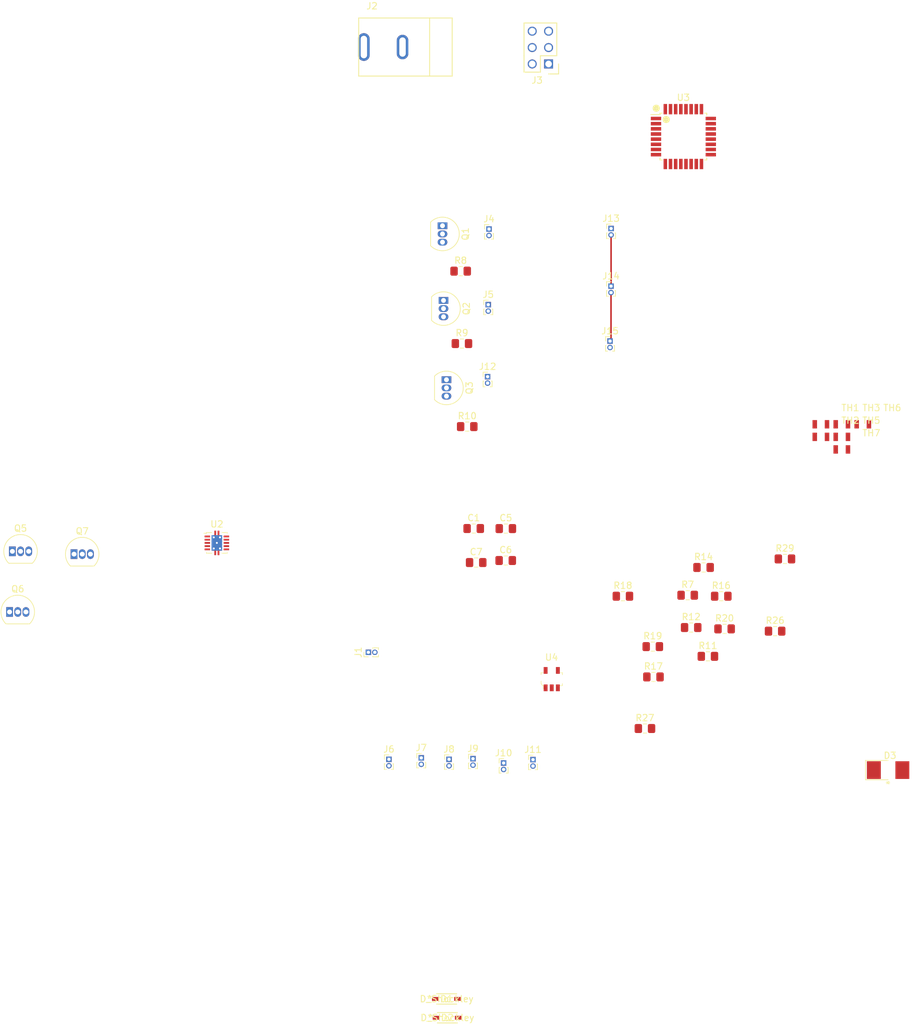
<source format=kicad_pcb>
(kicad_pcb (version 20171130) (host pcbnew 5.0.2-bee76a0~70~ubuntu18.04.1)

  (general
    (thickness 1.6)
    (drawings 0)
    (tracks 4)
    (zones 0)
    (modules 52)
    (nets 49)
  )

  (page A4)
  (layers
    (0 F.Cu signal)
    (31 B.Cu signal)
    (32 B.Adhes user)
    (33 F.Adhes user)
    (34 B.Paste user)
    (35 F.Paste user)
    (36 B.SilkS user)
    (37 F.SilkS user)
    (38 B.Mask user)
    (39 F.Mask user)
    (40 Dwgs.User user)
    (41 Cmts.User user)
    (42 Eco1.User user)
    (43 Eco2.User user)
    (44 Edge.Cuts user)
    (45 Margin user)
    (46 B.CrtYd user)
    (47 F.CrtYd user)
    (48 B.Fab user)
    (49 F.Fab user)
  )

  (setup
    (last_trace_width 0.25)
    (trace_clearance 0.2)
    (zone_clearance 0.508)
    (zone_45_only no)
    (trace_min 0.2)
    (segment_width 0.2)
    (edge_width 0.15)
    (via_size 0.8)
    (via_drill 0.4)
    (via_min_size 0.4)
    (via_min_drill 0.3)
    (uvia_size 0.3)
    (uvia_drill 0.1)
    (uvias_allowed no)
    (uvia_min_size 0.2)
    (uvia_min_drill 0.1)
    (pcb_text_width 0.3)
    (pcb_text_size 1.5 1.5)
    (mod_edge_width 0.15)
    (mod_text_size 1 1)
    (mod_text_width 0.15)
    (pad_size 1.15 1.4)
    (pad_drill 0)
    (pad_to_mask_clearance 0.051)
    (solder_mask_min_width 0.25)
    (aux_axis_origin 0 0)
    (visible_elements FFFFF77F)
    (pcbplotparams
      (layerselection 0x010fc_ffffffff)
      (usegerberextensions false)
      (usegerberattributes false)
      (usegerberadvancedattributes false)
      (creategerberjobfile false)
      (excludeedgelayer true)
      (linewidth 0.100000)
      (plotframeref false)
      (viasonmask false)
      (mode 1)
      (useauxorigin false)
      (hpglpennumber 1)
      (hpglpenspeed 20)
      (hpglpendiameter 15.000000)
      (psnegative false)
      (psa4output false)
      (plotreference true)
      (plotvalue true)
      (plotinvisibletext false)
      (padsonsilk false)
      (subtractmaskfromsilk false)
      (outputformat 1)
      (mirror false)
      (drillshape 1)
      (scaleselection 1)
      (outputdirectory ""))
  )

  (net 0 "")
  (net 1 /B1B+)
  (net 2 GND)
  (net 3 "Net-(C5-Pad2)")
  (net 4 +12V)
  (net 5 +3V3)
  (net 6 /BAT+)
  (net 7 /B1A-)
  (net 8 /B2A-)
  (net 9 /B1B-)
  (net 10 /B2B-)
  (net 11 /B1A+)
  (net 12 "Net-(Q1-Pad3)")
  (net 13 /FET1A)
  (net 14 /FET2A)
  (net 15 "Net-(Q2-Pad3)")
  (net 16 "Net-(Q3-Pad3)")
  (net 17 /FET3A)
  (net 18 /FET1B)
  (net 19 "Net-(Q5-Pad3)")
  (net 20 /FET2B)
  (net 21 "Net-(Q6-Pad3)")
  (net 22 "Net-(Q7-Pad3)")
  (net 23 /FET3B)
  (net 24 /V2A)
  (net 25 /V1A)
  (net 26 /V3A)
  (net 27 /V1B)
  (net 28 /V2B)
  (net 29 /V3B)
  (net 30 "Net-(R26-Pad2)")
  (net 31 "Net-(R29-Pad1)")
  (net 32 "Net-(U2-Pad9)")
  (net 33 "Net-(U4-Pad4)")
  (net 34 /EN_LDO)
  (net 35 /MISO)
  (net 36 VCC)
  (net 37 /SCK)
  (net 38 /MOSI)
  (net 39 /RESET)
  (net 40 "Net-(U3-Pad7)")
  (net 41 "Net-(U3-Pad10)")
  (net 42 "Net-(U3-Pad11)")
  (net 43 "Net-(U3-Pad12)")
  (net 44 "Net-(U3-Pad18)")
  (net 45 "Net-(U3-Pad25)")
  (net 46 "Net-(U3-Pad2)")
  (net 47 "Net-(U3-Pad22)")
  (net 48 "Net-(U3-Pad30)")

  (net_class Default "This is the default net class."
    (clearance 0.2)
    (trace_width 0.25)
    (via_dia 0.8)
    (via_drill 0.4)
    (uvia_dia 0.3)
    (uvia_drill 0.1)
    (add_net +12V)
    (add_net +3V3)
    (add_net /B1A+)
    (add_net /B1A-)
    (add_net /B1B+)
    (add_net /B1B-)
    (add_net /B2A-)
    (add_net /B2B-)
    (add_net /BAT+)
    (add_net /EN_LDO)
    (add_net /FET1A)
    (add_net /FET1B)
    (add_net /FET2A)
    (add_net /FET2B)
    (add_net /FET3A)
    (add_net /FET3B)
    (add_net /MISO)
    (add_net /MOSI)
    (add_net /RESET)
    (add_net /SCK)
    (add_net /V1A)
    (add_net /V1B)
    (add_net /V2A)
    (add_net /V2B)
    (add_net /V3A)
    (add_net /V3B)
    (add_net GND)
    (add_net "Net-(C5-Pad2)")
    (add_net "Net-(Q1-Pad3)")
    (add_net "Net-(Q2-Pad3)")
    (add_net "Net-(Q3-Pad3)")
    (add_net "Net-(Q5-Pad3)")
    (add_net "Net-(Q6-Pad3)")
    (add_net "Net-(Q7-Pad3)")
    (add_net "Net-(R26-Pad2)")
    (add_net "Net-(R29-Pad1)")
    (add_net "Net-(U2-Pad9)")
    (add_net "Net-(U3-Pad10)")
    (add_net "Net-(U3-Pad11)")
    (add_net "Net-(U3-Pad12)")
    (add_net "Net-(U3-Pad18)")
    (add_net "Net-(U3-Pad2)")
    (add_net "Net-(U3-Pad22)")
    (add_net "Net-(U3-Pad25)")
    (add_net "Net-(U3-Pad30)")
    (add_net "Net-(U3-Pad7)")
    (add_net "Net-(U4-Pad4)")
    (add_net VCC)
  )

  (module Connector_PinHeader_1.00mm:PinHeader_1x02_P1.00mm_Vertical (layer F.Cu) (tedit 5FE9E326) (tstamp 5FEA009D)
    (at 171.18584 91.34932)
    (descr "Through hole straight pin header, 1x02, 1.00mm pitch, single row")
    (tags "Through hole pin header THT 1x02 1.00mm single row")
    (path /5FF94101)
    (fp_text reference J14 (at 0 -1.56) (layer F.SilkS)
      (effects (font (size 1 1) (thickness 0.15)))
    )
    (fp_text value Conn_01x02_Female (at 0 2.56) (layer F.Fab) hide
      (effects (font (size 1 1) (thickness 0.15)))
    )
    (fp_line (start -0.3175 -0.5) (end 0.635 -0.5) (layer F.Fab) (width 0.1))
    (fp_line (start 0.635 -0.5) (end 0.635 1.5) (layer F.Fab) (width 0.1))
    (fp_line (start 0.635 1.5) (end -0.635 1.5) (layer F.Fab) (width 0.1))
    (fp_line (start -0.635 1.5) (end -0.635 -0.1825) (layer F.Fab) (width 0.1))
    (fp_line (start -0.635 -0.1825) (end -0.3175 -0.5) (layer F.Fab) (width 0.1))
    (fp_line (start -0.695 1.56) (end -0.394493 1.56) (layer F.SilkS) (width 0.12))
    (fp_line (start 0.394493 1.56) (end 0.695 1.56) (layer F.SilkS) (width 0.12))
    (fp_line (start -0.695 0.685) (end -0.695 1.56) (layer F.SilkS) (width 0.12))
    (fp_line (start 0.695 0.685) (end 0.695 1.56) (layer F.SilkS) (width 0.12))
    (fp_line (start -0.695 0.685) (end -0.608276 0.685) (layer F.SilkS) (width 0.12))
    (fp_line (start 0.608276 0.685) (end 0.695 0.685) (layer F.SilkS) (width 0.12))
    (fp_line (start -0.695 0) (end -0.695 -0.685) (layer F.SilkS) (width 0.12))
    (fp_line (start -0.695 -0.685) (end 0 -0.685) (layer F.SilkS) (width 0.12))
    (fp_line (start -1.15 -1) (end -1.15 2) (layer F.CrtYd) (width 0.05))
    (fp_line (start -1.15 2) (end 1.15 2) (layer F.CrtYd) (width 0.05))
    (fp_line (start 1.15 2) (end 1.15 -1) (layer F.CrtYd) (width 0.05))
    (fp_line (start 1.15 -1) (end -1.15 -1) (layer F.CrtYd) (width 0.05))
    (fp_text user %R (at 0 0.5 90) (layer F.Fab)
      (effects (font (size 0.76 0.76) (thickness 0.114)))
    )
    (pad 1 thru_hole rect (at 0 0) (size 0.85 0.85) (drill 0.5) (layers *.Cu *.Mask)
      (net 9 /B1B-))
    (pad 2 thru_hole oval (at 0 1) (size 0.85 0.85) (drill 0.5) (layers *.Cu *.Mask)
      (net 10 /B2B-))
    (model ${KISYS3DMOD}/Connector_PinHeader_1.00mm.3dshapes/PinHeader_1x02_P1.00mm_Vertical.wrl
      (at (xyz 0 0 0))
      (scale (xyz 1 1 1))
      (rotate (xyz 0 0 0))
    )
  )

  (module Connector_PinHeader_1.00mm:PinHeader_1x02_P1.00mm_Vertical (layer F.Cu) (tedit 5FE9E32A) (tstamp 5FEA02B1)
    (at 171.03344 99.86264)
    (descr "Through hole straight pin header, 1x02, 1.00mm pitch, single row")
    (tags "Through hole pin header THT 1x02 1.00mm single row")
    (path /5FF9440E)
    (fp_text reference J15 (at 0 -1.56) (layer F.SilkS)
      (effects (font (size 1 1) (thickness 0.15)))
    )
    (fp_text value Conn_01x02_Female (at 0 2.56) (layer F.Fab) hide
      (effects (font (size 1 1) (thickness 0.15)))
    )
    (fp_text user %R (at -0.44704 0.69596 90) (layer F.Fab)
      (effects (font (size 0.76 0.76) (thickness 0.114)))
    )
    (fp_line (start 1.15 -1) (end -1.15 -1) (layer F.CrtYd) (width 0.05))
    (fp_line (start 1.15 2) (end 1.15 -1) (layer F.CrtYd) (width 0.05))
    (fp_line (start -1.15 2) (end 1.15 2) (layer F.CrtYd) (width 0.05))
    (fp_line (start -1.15 -1) (end -1.15 2) (layer F.CrtYd) (width 0.05))
    (fp_line (start -0.695 -0.685) (end 0 -0.685) (layer F.SilkS) (width 0.12))
    (fp_line (start -0.695 0) (end -0.695 -0.685) (layer F.SilkS) (width 0.12))
    (fp_line (start 0.608276 0.685) (end 0.695 0.685) (layer F.SilkS) (width 0.12))
    (fp_line (start -0.695 0.685) (end -0.608276 0.685) (layer F.SilkS) (width 0.12))
    (fp_line (start 0.695 0.685) (end 0.695 1.56) (layer F.SilkS) (width 0.12))
    (fp_line (start -0.695 0.685) (end -0.695 1.56) (layer F.SilkS) (width 0.12))
    (fp_line (start 0.394493 1.56) (end 0.695 1.56) (layer F.SilkS) (width 0.12))
    (fp_line (start -0.695 1.56) (end -0.394493 1.56) (layer F.SilkS) (width 0.12))
    (fp_line (start -0.635 -0.1825) (end -0.3175 -0.5) (layer F.Fab) (width 0.1))
    (fp_line (start -0.635 1.5) (end -0.635 -0.1825) (layer F.Fab) (width 0.1))
    (fp_line (start 0.635 1.5) (end -0.635 1.5) (layer F.Fab) (width 0.1))
    (fp_line (start 0.635 -0.5) (end 0.635 1.5) (layer F.Fab) (width 0.1))
    (fp_line (start -0.3175 -0.5) (end 0.635 -0.5) (layer F.Fab) (width 0.1))
    (pad 2 thru_hole oval (at 0 1) (size 0.85 0.85) (drill 0.5) (layers *.Cu *.Mask)
      (net 2 GND))
    (pad 1 thru_hole rect (at 0 0) (size 0.85 0.85) (drill 0.5) (layers *.Cu *.Mask)
      (net 10 /B2B-))
    (model ${KISYS3DMOD}/Connector_PinHeader_1.00mm.3dshapes/PinHeader_1x02_P1.00mm_Vertical.wrl
      (at (xyz 0 0 0))
      (scale (xyz 1 1 1))
      (rotate (xyz 0 0 0))
    )
  )

  (module Connector_PinHeader_1.00mm:PinHeader_1x02_P1.00mm_Vertical (layer F.Cu) (tedit 5FE9E322) (tstamp 5FEA0085)
    (at 171.196 82.41868)
    (descr "Through hole straight pin header, 1x02, 1.00mm pitch, single row")
    (tags "Through hole pin header THT 1x02 1.00mm single row")
    (path /5FF8A5BC)
    (fp_text reference J13 (at 0 -1.56) (layer F.SilkS)
      (effects (font (size 1 1) (thickness 0.15)))
    )
    (fp_text value Conn_01x02_Female (at 0 2.56) (layer F.Fab) hide
      (effects (font (size 1 1) (thickness 0.15)))
    )
    (fp_line (start -0.3175 -0.5) (end 0.635 -0.5) (layer F.Fab) (width 0.1))
    (fp_line (start 0.635 -0.5) (end 0.635 1.5) (layer F.Fab) (width 0.1))
    (fp_line (start 0.635 1.5) (end -0.635 1.5) (layer F.Fab) (width 0.1))
    (fp_line (start -0.635 1.5) (end -0.635 -0.1825) (layer F.Fab) (width 0.1))
    (fp_line (start -0.635 -0.1825) (end -0.3175 -0.5) (layer F.Fab) (width 0.1))
    (fp_line (start -0.695 1.56) (end -0.394493 1.56) (layer F.SilkS) (width 0.12))
    (fp_line (start 0.394493 1.56) (end 0.695 1.56) (layer F.SilkS) (width 0.12))
    (fp_line (start -0.695 0.685) (end -0.695 1.56) (layer F.SilkS) (width 0.12))
    (fp_line (start 0.695 0.685) (end 0.695 1.56) (layer F.SilkS) (width 0.12))
    (fp_line (start -0.695 0.685) (end -0.608276 0.685) (layer F.SilkS) (width 0.12))
    (fp_line (start 0.608276 0.685) (end 0.695 0.685) (layer F.SilkS) (width 0.12))
    (fp_line (start -0.695 0) (end -0.695 -0.685) (layer F.SilkS) (width 0.12))
    (fp_line (start -0.695 -0.685) (end 0 -0.685) (layer F.SilkS) (width 0.12))
    (fp_line (start -1.15 -1) (end -1.15 2) (layer F.CrtYd) (width 0.05))
    (fp_line (start -1.15 2) (end 1.15 2) (layer F.CrtYd) (width 0.05))
    (fp_line (start 1.15 2) (end 1.15 -1) (layer F.CrtYd) (width 0.05))
    (fp_line (start 1.15 -1) (end -1.15 -1) (layer F.CrtYd) (width 0.05))
    (fp_text user %R (at 0 0.5 90) (layer F.Fab)
      (effects (font (size 0.76 0.76) (thickness 0.114)))
    )
    (pad 1 thru_hole rect (at 0 0) (size 0.85 0.85) (drill 0.5) (layers *.Cu *.Mask)
      (net 1 /B1B+))
    (pad 2 thru_hole oval (at 0 1) (size 0.85 0.85) (drill 0.5) (layers *.Cu *.Mask)
      (net 9 /B1B-))
    (model ${KISYS3DMOD}/Connector_PinHeader_1.00mm.3dshapes/PinHeader_1x02_P1.00mm_Vertical.wrl
      (at (xyz 0 0 0))
      (scale (xyz 1 1 1))
      (rotate (xyz 0 0 0))
    )
  )

  (module Connector_PinHeader_1.00mm:PinHeader_1x02_P1.00mm_Vertical (layer F.Cu) (tedit 5FE9E334) (tstamp 5FEA006D)
    (at 152.0444 105.37952)
    (descr "Through hole straight pin header, 1x02, 1.00mm pitch, single row")
    (tags "Through hole pin header THT 1x02 1.00mm single row")
    (path /5FF89EE4)
    (fp_text reference J12 (at 0 -1.56) (layer F.SilkS)
      (effects (font (size 1 1) (thickness 0.15)))
    )
    (fp_text value Conn_01x02_Female (at 0 2.56) (layer F.Fab) hide
      (effects (font (size 1 1) (thickness 0.15)))
    )
    (fp_text user %R (at -1.29032 0.4318 90) (layer F.Fab)
      (effects (font (size 0.76 0.76) (thickness 0.114)))
    )
    (fp_line (start 1.15 -1) (end -1.15 -1) (layer F.CrtYd) (width 0.05))
    (fp_line (start 1.15 2) (end 1.15 -1) (layer F.CrtYd) (width 0.05))
    (fp_line (start -1.15 2) (end 1.15 2) (layer F.CrtYd) (width 0.05))
    (fp_line (start -1.15 -1) (end -1.15 2) (layer F.CrtYd) (width 0.05))
    (fp_line (start -0.695 -0.685) (end 0 -0.685) (layer F.SilkS) (width 0.12))
    (fp_line (start -0.695 0) (end -0.695 -0.685) (layer F.SilkS) (width 0.12))
    (fp_line (start 0.608276 0.685) (end 0.695 0.685) (layer F.SilkS) (width 0.12))
    (fp_line (start -0.695 0.685) (end -0.608276 0.685) (layer F.SilkS) (width 0.12))
    (fp_line (start 0.695 0.685) (end 0.695 1.56) (layer F.SilkS) (width 0.12))
    (fp_line (start -0.695 0.685) (end -0.695 1.56) (layer F.SilkS) (width 0.12))
    (fp_line (start 0.394493 1.56) (end 0.695 1.56) (layer F.SilkS) (width 0.12))
    (fp_line (start -0.695 1.56) (end -0.394493 1.56) (layer F.SilkS) (width 0.12))
    (fp_line (start -0.635 -0.1825) (end -0.3175 -0.5) (layer F.Fab) (width 0.1))
    (fp_line (start -0.635 1.5) (end -0.635 -0.1825) (layer F.Fab) (width 0.1))
    (fp_line (start 0.635 1.5) (end -0.635 1.5) (layer F.Fab) (width 0.1))
    (fp_line (start 0.635 -0.5) (end 0.635 1.5) (layer F.Fab) (width 0.1))
    (fp_line (start -0.3175 -0.5) (end 0.635 -0.5) (layer F.Fab) (width 0.1))
    (pad 2 thru_hole oval (at 0 1) (size 0.85 0.85) (drill 0.5) (layers *.Cu *.Mask)
      (net 2 GND))
    (pad 1 thru_hole rect (at 0 0) (size 0.85 0.85) (drill 0.5) (layers *.Cu *.Mask)
      (net 8 /B2A-))
    (model ${KISYS3DMOD}/Connector_PinHeader_1.00mm.3dshapes/PinHeader_1x02_P1.00mm_Vertical.wrl
      (at (xyz 0 0 0))
      (scale (xyz 1 1 1))
      (rotate (xyz 0 0 0))
    )
  )

  (module Capacitor_SMD:C_0805_2012Metric_Pad1.15x1.40mm_HandSolder (layer F.Cu) (tedit 5B36C52B) (tstamp 5FE9DB58)
    (at 149.89048 128.92024)
    (descr "Capacitor SMD 0805 (2012 Metric), square (rectangular) end terminal, IPC_7351 nominal with elongated pad for handsoldering. (Body size source: https://docs.google.com/spreadsheets/d/1BsfQQcO9C6DZCsRaXUlFlo91Tg2WpOkGARC1WS5S8t0/edit?usp=sharing), generated with kicad-footprint-generator")
    (tags "capacitor handsolder")
    (path /6021DE4F)
    (attr smd)
    (fp_text reference C1 (at 0 -1.65) (layer F.SilkS)
      (effects (font (size 1 1) (thickness 0.15)))
    )
    (fp_text value 0.1uF (at 0 1.65) (layer F.Fab)
      (effects (font (size 1 1) (thickness 0.15)))
    )
    (fp_line (start -1 0.6) (end -1 -0.6) (layer F.Fab) (width 0.1))
    (fp_line (start -1 -0.6) (end 1 -0.6) (layer F.Fab) (width 0.1))
    (fp_line (start 1 -0.6) (end 1 0.6) (layer F.Fab) (width 0.1))
    (fp_line (start 1 0.6) (end -1 0.6) (layer F.Fab) (width 0.1))
    (fp_line (start -0.261252 -0.71) (end 0.261252 -0.71) (layer F.SilkS) (width 0.12))
    (fp_line (start -0.261252 0.71) (end 0.261252 0.71) (layer F.SilkS) (width 0.12))
    (fp_line (start -1.85 0.95) (end -1.85 -0.95) (layer F.CrtYd) (width 0.05))
    (fp_line (start -1.85 -0.95) (end 1.85 -0.95) (layer F.CrtYd) (width 0.05))
    (fp_line (start 1.85 -0.95) (end 1.85 0.95) (layer F.CrtYd) (width 0.05))
    (fp_line (start 1.85 0.95) (end -1.85 0.95) (layer F.CrtYd) (width 0.05))
    (fp_text user %R (at 0 0) (layer F.Fab)
      (effects (font (size 0.5 0.5) (thickness 0.08)))
    )
    (pad 1 smd roundrect (at -1.025 0) (size 1.15 1.4) (layers F.Cu F.Paste F.Mask) (roundrect_rratio 0.217391)
      (net 1 /B1B+))
    (pad 2 smd roundrect (at 1.025 0) (size 1.15 1.4) (layers F.Cu F.Paste F.Mask) (roundrect_rratio 0.217391)
      (net 2 GND))
    (model ${KISYS3DMOD}/Capacitor_SMD.3dshapes/C_0805_2012Metric.wrl
      (at (xyz 0 0 0))
      (scale (xyz 1 1 1))
      (rotate (xyz 0 0 0))
    )
  )

  (module Capacitor_SMD:C_0805_2012Metric_Pad1.15x1.40mm_HandSolder (layer F.Cu) (tedit 5B36C52B) (tstamp 5FE9DB9C)
    (at 154.87396 128.9304)
    (descr "Capacitor SMD 0805 (2012 Metric), square (rectangular) end terminal, IPC_7351 nominal with elongated pad for handsoldering. (Body size source: https://docs.google.com/spreadsheets/d/1BsfQQcO9C6DZCsRaXUlFlo91Tg2WpOkGARC1WS5S8t0/edit?usp=sharing), generated with kicad-footprint-generator")
    (tags "capacitor handsolder")
    (path /6022BC29)
    (attr smd)
    (fp_text reference C5 (at 0 -1.65) (layer F.SilkS)
      (effects (font (size 1 1) (thickness 0.15)))
    )
    (fp_text value 1uF (at 0 1.65) (layer F.Fab)
      (effects (font (size 1 1) (thickness 0.15)))
    )
    (fp_text user %R (at 0 0) (layer F.Fab)
      (effects (font (size 0.5 0.5) (thickness 0.08)))
    )
    (fp_line (start 1.85 0.95) (end -1.85 0.95) (layer F.CrtYd) (width 0.05))
    (fp_line (start 1.85 -0.95) (end 1.85 0.95) (layer F.CrtYd) (width 0.05))
    (fp_line (start -1.85 -0.95) (end 1.85 -0.95) (layer F.CrtYd) (width 0.05))
    (fp_line (start -1.85 0.95) (end -1.85 -0.95) (layer F.CrtYd) (width 0.05))
    (fp_line (start -0.261252 0.71) (end 0.261252 0.71) (layer F.SilkS) (width 0.12))
    (fp_line (start -0.261252 -0.71) (end 0.261252 -0.71) (layer F.SilkS) (width 0.12))
    (fp_line (start 1 0.6) (end -1 0.6) (layer F.Fab) (width 0.1))
    (fp_line (start 1 -0.6) (end 1 0.6) (layer F.Fab) (width 0.1))
    (fp_line (start -1 -0.6) (end 1 -0.6) (layer F.Fab) (width 0.1))
    (fp_line (start -1 0.6) (end -1 -0.6) (layer F.Fab) (width 0.1))
    (pad 2 smd roundrect (at 1.025 0) (size 1.15 1.4) (layers F.Cu F.Paste F.Mask) (roundrect_rratio 0.217391)
      (net 3 "Net-(C5-Pad2)"))
    (pad 1 smd roundrect (at -1.025 0) (size 1.15 1.4) (layers F.Cu F.Paste F.Mask) (roundrect_rratio 0.217391)
      (net 4 +12V))
    (model ${KISYS3DMOD}/Capacitor_SMD.3dshapes/C_0805_2012Metric.wrl
      (at (xyz 0 0 0))
      (scale (xyz 1 1 1))
      (rotate (xyz 0 0 0))
    )
  )

  (module Capacitor_SMD:C_0805_2012Metric_Pad1.15x1.40mm_HandSolder (layer F.Cu) (tedit 5B36C52B) (tstamp 5FE9EF40)
    (at 154.8548 133.87832)
    (descr "Capacitor SMD 0805 (2012 Metric), square (rectangular) end terminal, IPC_7351 nominal with elongated pad for handsoldering. (Body size source: https://docs.google.com/spreadsheets/d/1BsfQQcO9C6DZCsRaXUlFlo91Tg2WpOkGARC1WS5S8t0/edit?usp=sharing), generated with kicad-footprint-generator")
    (tags "capacitor handsolder")
    (path /5FE03E3A)
    (attr smd)
    (fp_text reference C6 (at 0 -1.65) (layer F.SilkS)
      (effects (font (size 1 1) (thickness 0.15)))
    )
    (fp_text value 1uF (at 0 1.65) (layer F.Fab)
      (effects (font (size 1 1) (thickness 0.15)))
    )
    (fp_line (start -1 0.6) (end -1 -0.6) (layer F.Fab) (width 0.1))
    (fp_line (start -1 -0.6) (end 1 -0.6) (layer F.Fab) (width 0.1))
    (fp_line (start 1 -0.6) (end 1 0.6) (layer F.Fab) (width 0.1))
    (fp_line (start 1 0.6) (end -1 0.6) (layer F.Fab) (width 0.1))
    (fp_line (start -0.261252 -0.71) (end 0.261252 -0.71) (layer F.SilkS) (width 0.12))
    (fp_line (start -0.261252 0.71) (end 0.261252 0.71) (layer F.SilkS) (width 0.12))
    (fp_line (start -1.85 0.95) (end -1.85 -0.95) (layer F.CrtYd) (width 0.05))
    (fp_line (start -1.85 -0.95) (end 1.85 -0.95) (layer F.CrtYd) (width 0.05))
    (fp_line (start 1.85 -0.95) (end 1.85 0.95) (layer F.CrtYd) (width 0.05))
    (fp_line (start 1.85 0.95) (end -1.85 0.95) (layer F.CrtYd) (width 0.05))
    (fp_text user %R (at 0 0) (layer F.Fab)
      (effects (font (size 0.5 0.5) (thickness 0.08)))
    )
    (pad 1 smd roundrect (at -1.025 0) (size 1.15 1.4) (layers F.Cu F.Paste F.Mask) (roundrect_rratio 0.217391)
      (net 2 GND))
    (pad 2 smd roundrect (at 1.025 0) (size 1.15 1.4) (layers F.Cu F.Paste F.Mask) (roundrect_rratio 0.217391)
      (net 4 +12V))
    (model ${KISYS3DMOD}/Capacitor_SMD.3dshapes/C_0805_2012Metric.wrl
      (at (xyz 0 0 0))
      (scale (xyz 1 1 1))
      (rotate (xyz 0 0 0))
    )
  )

  (module Capacitor_SMD:C_0805_2012Metric_Pad1.15x1.40mm_HandSolder (layer F.Cu) (tedit 5B36C52B) (tstamp 5FE9DBBE)
    (at 150.27148 134.19328)
    (descr "Capacitor SMD 0805 (2012 Metric), square (rectangular) end terminal, IPC_7351 nominal with elongated pad for handsoldering. (Body size source: https://docs.google.com/spreadsheets/d/1BsfQQcO9C6DZCsRaXUlFlo91Tg2WpOkGARC1WS5S8t0/edit?usp=sharing), generated with kicad-footprint-generator")
    (tags "capacitor handsolder")
    (path /5FE113CA)
    (attr smd)
    (fp_text reference C7 (at 0 -1.65) (layer F.SilkS)
      (effects (font (size 1 1) (thickness 0.15)))
    )
    (fp_text value 1uF (at 0 1.65) (layer F.Fab)
      (effects (font (size 1 1) (thickness 0.15)))
    )
    (fp_line (start -1 0.6) (end -1 -0.6) (layer F.Fab) (width 0.1))
    (fp_line (start -1 -0.6) (end 1 -0.6) (layer F.Fab) (width 0.1))
    (fp_line (start 1 -0.6) (end 1 0.6) (layer F.Fab) (width 0.1))
    (fp_line (start 1 0.6) (end -1 0.6) (layer F.Fab) (width 0.1))
    (fp_line (start -0.261252 -0.71) (end 0.261252 -0.71) (layer F.SilkS) (width 0.12))
    (fp_line (start -0.261252 0.71) (end 0.261252 0.71) (layer F.SilkS) (width 0.12))
    (fp_line (start -1.85 0.95) (end -1.85 -0.95) (layer F.CrtYd) (width 0.05))
    (fp_line (start -1.85 -0.95) (end 1.85 -0.95) (layer F.CrtYd) (width 0.05))
    (fp_line (start 1.85 -0.95) (end 1.85 0.95) (layer F.CrtYd) (width 0.05))
    (fp_line (start 1.85 0.95) (end -1.85 0.95) (layer F.CrtYd) (width 0.05))
    (fp_text user %R (at 0 0) (layer F.Fab)
      (effects (font (size 0.5 0.5) (thickness 0.08)))
    )
    (pad 1 smd roundrect (at -1.025 0) (size 1.15 1.4) (layers F.Cu F.Paste F.Mask) (roundrect_rratio 0.217391)
      (net 2 GND))
    (pad 2 smd roundrect (at 1.025 0) (size 1.15 1.4) (layers F.Cu F.Paste F.Mask) (roundrect_rratio 0.217391)
      (net 5 +3V3))
    (model ${KISYS3DMOD}/Capacitor_SMD.3dshapes/C_0805_2012Metric.wrl
      (at (xyz 0 0 0))
      (scale (xyz 1 1 1))
      (rotate (xyz 0 0 0))
    )
  )

  (module Connector_PinHeader_1.00mm:PinHeader_1x02_P1.00mm_Vertical (layer F.Cu) (tedit 59FED738) (tstamp 5FE9DC39)
    (at 133.5532 148.1074 90)
    (descr "Through hole straight pin header, 1x02, 1.00mm pitch, single row")
    (tags "Through hole pin header THT 1x02 1.00mm single row")
    (path /5E179EB6)
    (fp_text reference J1 (at 0 -1.56 90) (layer F.SilkS)
      (effects (font (size 1 1) (thickness 0.15)))
    )
    (fp_text value Conn_01x02_Female (at 0 2.56 90) (layer F.Fab)
      (effects (font (size 1 1) (thickness 0.15)))
    )
    (fp_line (start -0.3175 -0.5) (end 0.635 -0.5) (layer F.Fab) (width 0.1))
    (fp_line (start 0.635 -0.5) (end 0.635 1.5) (layer F.Fab) (width 0.1))
    (fp_line (start 0.635 1.5) (end -0.635 1.5) (layer F.Fab) (width 0.1))
    (fp_line (start -0.635 1.5) (end -0.635 -0.1825) (layer F.Fab) (width 0.1))
    (fp_line (start -0.635 -0.1825) (end -0.3175 -0.5) (layer F.Fab) (width 0.1))
    (fp_line (start -0.695 1.56) (end -0.394493 1.56) (layer F.SilkS) (width 0.12))
    (fp_line (start 0.394493 1.56) (end 0.695 1.56) (layer F.SilkS) (width 0.12))
    (fp_line (start -0.695 0.685) (end -0.695 1.56) (layer F.SilkS) (width 0.12))
    (fp_line (start 0.695 0.685) (end 0.695 1.56) (layer F.SilkS) (width 0.12))
    (fp_line (start -0.695 0.685) (end -0.608276 0.685) (layer F.SilkS) (width 0.12))
    (fp_line (start 0.608276 0.685) (end 0.695 0.685) (layer F.SilkS) (width 0.12))
    (fp_line (start -0.695 0) (end -0.695 -0.685) (layer F.SilkS) (width 0.12))
    (fp_line (start -0.695 -0.685) (end 0 -0.685) (layer F.SilkS) (width 0.12))
    (fp_line (start -1.15 -1) (end -1.15 2) (layer F.CrtYd) (width 0.05))
    (fp_line (start -1.15 2) (end 1.15 2) (layer F.CrtYd) (width 0.05))
    (fp_line (start 1.15 2) (end 1.15 -1) (layer F.CrtYd) (width 0.05))
    (fp_line (start 1.15 -1) (end -1.15 -1) (layer F.CrtYd) (width 0.05))
    (fp_text user %R (at 0 0.5 180) (layer F.Fab)
      (effects (font (size 0.76 0.76) (thickness 0.114)))
    )
    (pad 1 thru_hole rect (at 0 0 90) (size 0.85 0.85) (drill 0.5) (layers *.Cu *.Mask)
      (net 5 +3V3))
    (pad 2 thru_hole oval (at 0 1 90) (size 0.85 0.85) (drill 0.5) (layers *.Cu *.Mask)
      (net 2 GND))
    (model ${KISYS3DMOD}/Connector_PinHeader_1.00mm.3dshapes/PinHeader_1x02_P1.00mm_Vertical.wrl
      (at (xyz 0 0 0))
      (scale (xyz 1 1 1))
      (rotate (xyz 0 0 0))
    )
  )

  (module Connector_PinHeader_1.00mm:PinHeader_1x02_P1.00mm_Vertical (layer F.Cu) (tedit 59FED738) (tstamp 5FE9DCA1)
    (at 136.73836 164.6936)
    (descr "Through hole straight pin header, 1x02, 1.00mm pitch, single row")
    (tags "Through hole pin header THT 1x02 1.00mm single row")
    (path /5FF3839A)
    (fp_text reference J6 (at 0 -1.56) (layer F.SilkS)
      (effects (font (size 1 1) (thickness 0.15)))
    )
    (fp_text value Conn_01x02_Female (at 0 2.56) (layer F.Fab)
      (effects (font (size 1 1) (thickness 0.15)))
    )
    (fp_line (start -0.3175 -0.5) (end 0.635 -0.5) (layer F.Fab) (width 0.1))
    (fp_line (start 0.635 -0.5) (end 0.635 1.5) (layer F.Fab) (width 0.1))
    (fp_line (start 0.635 1.5) (end -0.635 1.5) (layer F.Fab) (width 0.1))
    (fp_line (start -0.635 1.5) (end -0.635 -0.1825) (layer F.Fab) (width 0.1))
    (fp_line (start -0.635 -0.1825) (end -0.3175 -0.5) (layer F.Fab) (width 0.1))
    (fp_line (start -0.695 1.56) (end -0.394493 1.56) (layer F.SilkS) (width 0.12))
    (fp_line (start 0.394493 1.56) (end 0.695 1.56) (layer F.SilkS) (width 0.12))
    (fp_line (start -0.695 0.685) (end -0.695 1.56) (layer F.SilkS) (width 0.12))
    (fp_line (start 0.695 0.685) (end 0.695 1.56) (layer F.SilkS) (width 0.12))
    (fp_line (start -0.695 0.685) (end -0.608276 0.685) (layer F.SilkS) (width 0.12))
    (fp_line (start 0.608276 0.685) (end 0.695 0.685) (layer F.SilkS) (width 0.12))
    (fp_line (start -0.695 0) (end -0.695 -0.685) (layer F.SilkS) (width 0.12))
    (fp_line (start -0.695 -0.685) (end 0 -0.685) (layer F.SilkS) (width 0.12))
    (fp_line (start -1.15 -1) (end -1.15 2) (layer F.CrtYd) (width 0.05))
    (fp_line (start -1.15 2) (end 1.15 2) (layer F.CrtYd) (width 0.05))
    (fp_line (start 1.15 2) (end 1.15 -1) (layer F.CrtYd) (width 0.05))
    (fp_line (start 1.15 -1) (end -1.15 -1) (layer F.CrtYd) (width 0.05))
    (fp_text user %R (at 0 0.5 90) (layer F.Fab)
      (effects (font (size 0.76 0.76) (thickness 0.114)))
    )
    (pad 1 thru_hole rect (at 0 0) (size 0.85 0.85) (drill 0.5) (layers *.Cu *.Mask)
      (net 5 +3V3))
    (pad 2 thru_hole oval (at 0 1) (size 0.85 0.85) (drill 0.5) (layers *.Cu *.Mask)
      (net 2 GND))
    (model ${KISYS3DMOD}/Connector_PinHeader_1.00mm.3dshapes/PinHeader_1x02_P1.00mm_Vertical.wrl
      (at (xyz 0 0 0))
      (scale (xyz 1 1 1))
      (rotate (xyz 0 0 0))
    )
  )

  (module Connector_PinHeader_1.00mm:PinHeader_1x02_P1.00mm_Vertical (layer F.Cu) (tedit 59FED738) (tstamp 5FE9DCB9)
    (at 141.7574 164.46576)
    (descr "Through hole straight pin header, 1x02, 1.00mm pitch, single row")
    (tags "Through hole pin header THT 1x02 1.00mm single row")
    (path /5FF2A93D)
    (fp_text reference J7 (at 0 -1.56) (layer F.SilkS)
      (effects (font (size 1 1) (thickness 0.15)))
    )
    (fp_text value Conn_01x02_Female (at 0 2.56) (layer F.Fab)
      (effects (font (size 1 1) (thickness 0.15)))
    )
    (fp_text user %R (at 0 0.5 90) (layer F.Fab)
      (effects (font (size 0.76 0.76) (thickness 0.114)))
    )
    (fp_line (start 1.15 -1) (end -1.15 -1) (layer F.CrtYd) (width 0.05))
    (fp_line (start 1.15 2) (end 1.15 -1) (layer F.CrtYd) (width 0.05))
    (fp_line (start -1.15 2) (end 1.15 2) (layer F.CrtYd) (width 0.05))
    (fp_line (start -1.15 -1) (end -1.15 2) (layer F.CrtYd) (width 0.05))
    (fp_line (start -0.695 -0.685) (end 0 -0.685) (layer F.SilkS) (width 0.12))
    (fp_line (start -0.695 0) (end -0.695 -0.685) (layer F.SilkS) (width 0.12))
    (fp_line (start 0.608276 0.685) (end 0.695 0.685) (layer F.SilkS) (width 0.12))
    (fp_line (start -0.695 0.685) (end -0.608276 0.685) (layer F.SilkS) (width 0.12))
    (fp_line (start 0.695 0.685) (end 0.695 1.56) (layer F.SilkS) (width 0.12))
    (fp_line (start -0.695 0.685) (end -0.695 1.56) (layer F.SilkS) (width 0.12))
    (fp_line (start 0.394493 1.56) (end 0.695 1.56) (layer F.SilkS) (width 0.12))
    (fp_line (start -0.695 1.56) (end -0.394493 1.56) (layer F.SilkS) (width 0.12))
    (fp_line (start -0.635 -0.1825) (end -0.3175 -0.5) (layer F.Fab) (width 0.1))
    (fp_line (start -0.635 1.5) (end -0.635 -0.1825) (layer F.Fab) (width 0.1))
    (fp_line (start 0.635 1.5) (end -0.635 1.5) (layer F.Fab) (width 0.1))
    (fp_line (start 0.635 -0.5) (end 0.635 1.5) (layer F.Fab) (width 0.1))
    (fp_line (start -0.3175 -0.5) (end 0.635 -0.5) (layer F.Fab) (width 0.1))
    (pad 2 thru_hole oval (at 0 1) (size 0.85 0.85) (drill 0.5) (layers *.Cu *.Mask)
      (net 2 GND))
    (pad 1 thru_hole rect (at 0 0) (size 0.85 0.85) (drill 0.5) (layers *.Cu *.Mask)
      (net 5 +3V3))
    (model ${KISYS3DMOD}/Connector_PinHeader_1.00mm.3dshapes/PinHeader_1x02_P1.00mm_Vertical.wrl
      (at (xyz 0 0 0))
      (scale (xyz 1 1 1))
      (rotate (xyz 0 0 0))
    )
  )

  (module Connector_PinHeader_1.00mm:PinHeader_1x02_P1.00mm_Vertical (layer F.Cu) (tedit 59FED738) (tstamp 5FE9F016)
    (at 146.06524 164.69436)
    (descr "Through hole straight pin header, 1x02, 1.00mm pitch, single row")
    (tags "Through hole pin header THT 1x02 1.00mm single row")
    (path /5FD47B34)
    (fp_text reference J8 (at 0 -1.56) (layer F.SilkS)
      (effects (font (size 1 1) (thickness 0.15)))
    )
    (fp_text value Conn_01x02_Female (at 0 2.56) (layer F.Fab)
      (effects (font (size 1 1) (thickness 0.15)))
    )
    (fp_line (start -0.3175 -0.5) (end 0.635 -0.5) (layer F.Fab) (width 0.1))
    (fp_line (start 0.635 -0.5) (end 0.635 1.5) (layer F.Fab) (width 0.1))
    (fp_line (start 0.635 1.5) (end -0.635 1.5) (layer F.Fab) (width 0.1))
    (fp_line (start -0.635 1.5) (end -0.635 -0.1825) (layer F.Fab) (width 0.1))
    (fp_line (start -0.635 -0.1825) (end -0.3175 -0.5) (layer F.Fab) (width 0.1))
    (fp_line (start -0.695 1.56) (end -0.394493 1.56) (layer F.SilkS) (width 0.12))
    (fp_line (start 0.394493 1.56) (end 0.695 1.56) (layer F.SilkS) (width 0.12))
    (fp_line (start -0.695 0.685) (end -0.695 1.56) (layer F.SilkS) (width 0.12))
    (fp_line (start 0.695 0.685) (end 0.695 1.56) (layer F.SilkS) (width 0.12))
    (fp_line (start -0.695 0.685) (end -0.608276 0.685) (layer F.SilkS) (width 0.12))
    (fp_line (start 0.608276 0.685) (end 0.695 0.685) (layer F.SilkS) (width 0.12))
    (fp_line (start -0.695 0) (end -0.695 -0.685) (layer F.SilkS) (width 0.12))
    (fp_line (start -0.695 -0.685) (end 0 -0.685) (layer F.SilkS) (width 0.12))
    (fp_line (start -1.15 -1) (end -1.15 2) (layer F.CrtYd) (width 0.05))
    (fp_line (start -1.15 2) (end 1.15 2) (layer F.CrtYd) (width 0.05))
    (fp_line (start 1.15 2) (end 1.15 -1) (layer F.CrtYd) (width 0.05))
    (fp_line (start 1.15 -1) (end -1.15 -1) (layer F.CrtYd) (width 0.05))
    (fp_text user %R (at 0 0.5 90) (layer F.Fab)
      (effects (font (size 0.76 0.76) (thickness 0.114)))
    )
    (pad 1 thru_hole rect (at 0 0) (size 0.85 0.85) (drill 0.5) (layers *.Cu *.Mask)
      (net 4 +12V))
    (pad 2 thru_hole oval (at 0 1) (size 0.85 0.85) (drill 0.5) (layers *.Cu *.Mask)
      (net 2 GND))
    (model ${KISYS3DMOD}/Connector_PinHeader_1.00mm.3dshapes/PinHeader_1x02_P1.00mm_Vertical.wrl
      (at (xyz 0 0 0))
      (scale (xyz 1 1 1))
      (rotate (xyz 0 0 0))
    )
  )

  (module Connector_PinHeader_1.00mm:PinHeader_1x02_P1.00mm_Vertical (layer F.Cu) (tedit 59FED738) (tstamp 5FE9DCE9)
    (at 149.77872 164.592)
    (descr "Through hole straight pin header, 1x02, 1.00mm pitch, single row")
    (tags "Through hole pin header THT 1x02 1.00mm single row")
    (path /5FF45D71)
    (fp_text reference J9 (at 0 -1.56) (layer F.SilkS)
      (effects (font (size 1 1) (thickness 0.15)))
    )
    (fp_text value Conn_01x02_Female (at 0 2.56) (layer F.Fab)
      (effects (font (size 1 1) (thickness 0.15)))
    )
    (fp_line (start -0.3175 -0.5) (end 0.635 -0.5) (layer F.Fab) (width 0.1))
    (fp_line (start 0.635 -0.5) (end 0.635 1.5) (layer F.Fab) (width 0.1))
    (fp_line (start 0.635 1.5) (end -0.635 1.5) (layer F.Fab) (width 0.1))
    (fp_line (start -0.635 1.5) (end -0.635 -0.1825) (layer F.Fab) (width 0.1))
    (fp_line (start -0.635 -0.1825) (end -0.3175 -0.5) (layer F.Fab) (width 0.1))
    (fp_line (start -0.695 1.56) (end -0.394493 1.56) (layer F.SilkS) (width 0.12))
    (fp_line (start 0.394493 1.56) (end 0.695 1.56) (layer F.SilkS) (width 0.12))
    (fp_line (start -0.695 0.685) (end -0.695 1.56) (layer F.SilkS) (width 0.12))
    (fp_line (start 0.695 0.685) (end 0.695 1.56) (layer F.SilkS) (width 0.12))
    (fp_line (start -0.695 0.685) (end -0.608276 0.685) (layer F.SilkS) (width 0.12))
    (fp_line (start 0.608276 0.685) (end 0.695 0.685) (layer F.SilkS) (width 0.12))
    (fp_line (start -0.695 0) (end -0.695 -0.685) (layer F.SilkS) (width 0.12))
    (fp_line (start -0.695 -0.685) (end 0 -0.685) (layer F.SilkS) (width 0.12))
    (fp_line (start -1.15 -1) (end -1.15 2) (layer F.CrtYd) (width 0.05))
    (fp_line (start -1.15 2) (end 1.15 2) (layer F.CrtYd) (width 0.05))
    (fp_line (start 1.15 2) (end 1.15 -1) (layer F.CrtYd) (width 0.05))
    (fp_line (start 1.15 -1) (end -1.15 -1) (layer F.CrtYd) (width 0.05))
    (fp_text user %R (at -0.498121 0.077039 90) (layer F.Fab)
      (effects (font (size 0.76 0.76) (thickness 0.114)))
    )
    (pad 1 thru_hole rect (at 0 0) (size 0.85 0.85) (drill 0.5) (layers *.Cu *.Mask)
      (net 5 +3V3))
    (pad 2 thru_hole oval (at 0 1) (size 0.85 0.85) (drill 0.5) (layers *.Cu *.Mask)
      (net 2 GND))
    (model ${KISYS3DMOD}/Connector_PinHeader_1.00mm.3dshapes/PinHeader_1x02_P1.00mm_Vertical.wrl
      (at (xyz 0 0 0))
      (scale (xyz 1 1 1))
      (rotate (xyz 0 0 0))
    )
  )

  (module Connector_PinHeader_1.00mm:PinHeader_1x02_P1.00mm_Vertical (layer F.Cu) (tedit 59FED738) (tstamp 5FE9DD01)
    (at 154.52852 165.26764)
    (descr "Through hole straight pin header, 1x02, 1.00mm pitch, single row")
    (tags "Through hole pin header THT 1x02 1.00mm single row")
    (path /5FF45D5C)
    (fp_text reference J10 (at 0 -1.56) (layer F.SilkS)
      (effects (font (size 1 1) (thickness 0.15)))
    )
    (fp_text value Conn_01x02_Female (at 0 2.56) (layer F.Fab)
      (effects (font (size 1 1) (thickness 0.15)))
    )
    (fp_text user %R (at 0.31496 1.08204 90) (layer F.Fab)
      (effects (font (size 0.76 0.76) (thickness 0.114)))
    )
    (fp_line (start 1.15 -1) (end -1.15 -1) (layer F.CrtYd) (width 0.05))
    (fp_line (start 1.15 2) (end 1.15 -1) (layer F.CrtYd) (width 0.05))
    (fp_line (start -1.15 2) (end 1.15 2) (layer F.CrtYd) (width 0.05))
    (fp_line (start -1.15 -1) (end -1.15 2) (layer F.CrtYd) (width 0.05))
    (fp_line (start -0.695 -0.685) (end 0 -0.685) (layer F.SilkS) (width 0.12))
    (fp_line (start -0.695 0) (end -0.695 -0.685) (layer F.SilkS) (width 0.12))
    (fp_line (start 0.608276 0.685) (end 0.695 0.685) (layer F.SilkS) (width 0.12))
    (fp_line (start -0.695 0.685) (end -0.608276 0.685) (layer F.SilkS) (width 0.12))
    (fp_line (start 0.695 0.685) (end 0.695 1.56) (layer F.SilkS) (width 0.12))
    (fp_line (start -0.695 0.685) (end -0.695 1.56) (layer F.SilkS) (width 0.12))
    (fp_line (start 0.394493 1.56) (end 0.695 1.56) (layer F.SilkS) (width 0.12))
    (fp_line (start -0.695 1.56) (end -0.394493 1.56) (layer F.SilkS) (width 0.12))
    (fp_line (start -0.635 -0.1825) (end -0.3175 -0.5) (layer F.Fab) (width 0.1))
    (fp_line (start -0.635 1.5) (end -0.635 -0.1825) (layer F.Fab) (width 0.1))
    (fp_line (start 0.635 1.5) (end -0.635 1.5) (layer F.Fab) (width 0.1))
    (fp_line (start 0.635 -0.5) (end 0.635 1.5) (layer F.Fab) (width 0.1))
    (fp_line (start -0.3175 -0.5) (end 0.635 -0.5) (layer F.Fab) (width 0.1))
    (pad 2 thru_hole oval (at 0 1) (size 0.85 0.85) (drill 0.5) (layers *.Cu *.Mask)
      (net 2 GND))
    (pad 1 thru_hole rect (at 0 0) (size 0.85 0.85) (drill 0.5) (layers *.Cu *.Mask)
      (net 5 +3V3))
    (model ${KISYS3DMOD}/Connector_PinHeader_1.00mm.3dshapes/PinHeader_1x02_P1.00mm_Vertical.wrl
      (at (xyz 0 0 0))
      (scale (xyz 1 1 1))
      (rotate (xyz 0 0 0))
    )
  )

  (module Connector_PinHeader_1.00mm:PinHeader_1x02_P1.00mm_Vertical (layer F.Cu) (tedit 59FED738) (tstamp 5FE9DD19)
    (at 159.08528 164.73932)
    (descr "Through hole straight pin header, 1x02, 1.00mm pitch, single row")
    (tags "Through hole pin header THT 1x02 1.00mm single row")
    (path /5FF539A0)
    (fp_text reference J11 (at 0 -1.56) (layer F.SilkS)
      (effects (font (size 1 1) (thickness 0.15)))
    )
    (fp_text value Conn_01x02_Female (at 0 2.56) (layer F.Fab)
      (effects (font (size 1 1) (thickness 0.15)))
    )
    (fp_text user %R (at 0 0.5 90) (layer F.Fab)
      (effects (font (size 0.76 0.76) (thickness 0.114)))
    )
    (fp_line (start 1.15 -1) (end -1.15 -1) (layer F.CrtYd) (width 0.05))
    (fp_line (start 1.15 2) (end 1.15 -1) (layer F.CrtYd) (width 0.05))
    (fp_line (start -1.15 2) (end 1.15 2) (layer F.CrtYd) (width 0.05))
    (fp_line (start -1.15 -1) (end -1.15 2) (layer F.CrtYd) (width 0.05))
    (fp_line (start -0.695 -0.685) (end 0 -0.685) (layer F.SilkS) (width 0.12))
    (fp_line (start -0.695 0) (end -0.695 -0.685) (layer F.SilkS) (width 0.12))
    (fp_line (start 0.608276 0.685) (end 0.695 0.685) (layer F.SilkS) (width 0.12))
    (fp_line (start -0.695 0.685) (end -0.608276 0.685) (layer F.SilkS) (width 0.12))
    (fp_line (start 0.695 0.685) (end 0.695 1.56) (layer F.SilkS) (width 0.12))
    (fp_line (start -0.695 0.685) (end -0.695 1.56) (layer F.SilkS) (width 0.12))
    (fp_line (start 0.394493 1.56) (end 0.695 1.56) (layer F.SilkS) (width 0.12))
    (fp_line (start -0.695 1.56) (end -0.394493 1.56) (layer F.SilkS) (width 0.12))
    (fp_line (start -0.635 -0.1825) (end -0.3175 -0.5) (layer F.Fab) (width 0.1))
    (fp_line (start -0.635 1.5) (end -0.635 -0.1825) (layer F.Fab) (width 0.1))
    (fp_line (start 0.635 1.5) (end -0.635 1.5) (layer F.Fab) (width 0.1))
    (fp_line (start 0.635 -0.5) (end 0.635 1.5) (layer F.Fab) (width 0.1))
    (fp_line (start -0.3175 -0.5) (end 0.635 -0.5) (layer F.Fab) (width 0.1))
    (pad 2 thru_hole oval (at 0 1) (size 0.85 0.85) (drill 0.5) (layers *.Cu *.Mask)
      (net 2 GND))
    (pad 1 thru_hole rect (at 0 0) (size 0.85 0.85) (drill 0.5) (layers *.Cu *.Mask)
      (net 5 +3V3))
    (model ${KISYS3DMOD}/Connector_PinHeader_1.00mm.3dshapes/PinHeader_1x02_P1.00mm_Vertical.wrl
      (at (xyz 0 0 0))
      (scale (xyz 1 1 1))
      (rotate (xyz 0 0 0))
    )
  )

  (module Package_TO_SOT_THT:TO-92_Inline (layer F.Cu) (tedit 5A1DD157) (tstamp 5FE9DD3C)
    (at 145.04924 81.9912 270)
    (descr "TO-92 leads in-line, narrow, oval pads, drill 0.75mm (see NXP sot054_po.pdf)")
    (tags "to-92 sc-43 sc-43a sot54 PA33 transistor")
    (path /5E626220)
    (fp_text reference Q1 (at 1.27 -3.56 270) (layer F.SilkS)
      (effects (font (size 1 1) (thickness 0.15)))
    )
    (fp_text value BS170 (at 1.27 2.79 270) (layer F.Fab)
      (effects (font (size 1 1) (thickness 0.15)))
    )
    (fp_arc (start 1.27 0) (end 1.27 -2.6) (angle 135) (layer F.SilkS) (width 0.12))
    (fp_arc (start 1.27 0) (end 1.27 -2.48) (angle -135) (layer F.Fab) (width 0.1))
    (fp_arc (start 1.27 0) (end 1.27 -2.6) (angle -135) (layer F.SilkS) (width 0.12))
    (fp_arc (start 1.27 0) (end 1.27 -2.48) (angle 135) (layer F.Fab) (width 0.1))
    (fp_line (start 4 2.01) (end -1.46 2.01) (layer F.CrtYd) (width 0.05))
    (fp_line (start 4 2.01) (end 4 -2.73) (layer F.CrtYd) (width 0.05))
    (fp_line (start -1.46 -2.73) (end -1.46 2.01) (layer F.CrtYd) (width 0.05))
    (fp_line (start -1.46 -2.73) (end 4 -2.73) (layer F.CrtYd) (width 0.05))
    (fp_line (start -0.5 1.75) (end 3 1.75) (layer F.Fab) (width 0.1))
    (fp_line (start -0.53 1.85) (end 3.07 1.85) (layer F.SilkS) (width 0.12))
    (fp_text user %R (at 1.27 -3.56 270) (layer F.Fab)
      (effects (font (size 1 1) (thickness 0.15)))
    )
    (pad 1 thru_hole rect (at 0 0 270) (size 1.05 1.5) (drill 0.75) (layers *.Cu *.Mask)
      (net 11 /B1A+))
    (pad 3 thru_hole oval (at 2.54 0 270) (size 1.05 1.5) (drill 0.75) (layers *.Cu *.Mask)
      (net 12 "Net-(Q1-Pad3)"))
    (pad 2 thru_hole oval (at 1.27 0 270) (size 1.05 1.5) (drill 0.75) (layers *.Cu *.Mask)
      (net 13 /FET1A))
    (model ${KISYS3DMOD}/Package_TO_SOT_THT.3dshapes/TO-92_Inline.wrl
      (at (xyz 0 0 0))
      (scale (xyz 1 1 1))
      (rotate (xyz 0 0 0))
    )
  )

  (module Package_TO_SOT_THT:TO-92_Inline (layer F.Cu) (tedit 5A1DD157) (tstamp 5FE9DD4E)
    (at 145.20672 93.56344 270)
    (descr "TO-92 leads in-line, narrow, oval pads, drill 0.75mm (see NXP sot054_po.pdf)")
    (tags "to-92 sc-43 sc-43a sot54 PA33 transistor")
    (path /5E626576)
    (fp_text reference Q2 (at 1.27 -3.56 270) (layer F.SilkS)
      (effects (font (size 1 1) (thickness 0.15)))
    )
    (fp_text value BS170 (at 1.27 2.79 270) (layer F.Fab)
      (effects (font (size 1 1) (thickness 0.15)))
    )
    (fp_text user %R (at 1.27 -3.56 270) (layer F.Fab)
      (effects (font (size 1 1) (thickness 0.15)))
    )
    (fp_line (start -0.53 1.85) (end 3.07 1.85) (layer F.SilkS) (width 0.12))
    (fp_line (start -0.5 1.75) (end 3 1.75) (layer F.Fab) (width 0.1))
    (fp_line (start -1.46 -2.73) (end 4 -2.73) (layer F.CrtYd) (width 0.05))
    (fp_line (start -1.46 -2.73) (end -1.46 2.01) (layer F.CrtYd) (width 0.05))
    (fp_line (start 4 2.01) (end 4 -2.73) (layer F.CrtYd) (width 0.05))
    (fp_line (start 4 2.01) (end -1.46 2.01) (layer F.CrtYd) (width 0.05))
    (fp_arc (start 1.27 0) (end 1.27 -2.48) (angle 135) (layer F.Fab) (width 0.1))
    (fp_arc (start 1.27 0) (end 1.27 -2.6) (angle -135) (layer F.SilkS) (width 0.12))
    (fp_arc (start 1.27 0) (end 1.27 -2.48) (angle -135) (layer F.Fab) (width 0.1))
    (fp_arc (start 1.27 0) (end 1.27 -2.6) (angle 135) (layer F.SilkS) (width 0.12))
    (pad 2 thru_hole oval (at 1.27 0 270) (size 1.05 1.5) (drill 0.75) (layers *.Cu *.Mask)
      (net 14 /FET2A))
    (pad 3 thru_hole oval (at 2.54 0 270) (size 1.05 1.5) (drill 0.75) (layers *.Cu *.Mask)
      (net 15 "Net-(Q2-Pad3)"))
    (pad 1 thru_hole rect (at 0 0 270) (size 1.05 1.5) (drill 0.75) (layers *.Cu *.Mask)
      (net 12 "Net-(Q1-Pad3)"))
    (model ${KISYS3DMOD}/Package_TO_SOT_THT.3dshapes/TO-92_Inline.wrl
      (at (xyz 0 0 0))
      (scale (xyz 1 1 1))
      (rotate (xyz 0 0 0))
    )
  )

  (module Package_TO_SOT_THT:TO-92_Inline (layer F.Cu) (tedit 5A1DD157) (tstamp 5FE9DD60)
    (at 145.66392 105.85704 270)
    (descr "TO-92 leads in-line, narrow, oval pads, drill 0.75mm (see NXP sot054_po.pdf)")
    (tags "to-92 sc-43 sc-43a sot54 PA33 transistor")
    (path /5E626689)
    (fp_text reference Q3 (at 1.27 -3.56 270) (layer F.SilkS)
      (effects (font (size 1 1) (thickness 0.15)))
    )
    (fp_text value BS170 (at 1.27 2.79 270) (layer F.Fab)
      (effects (font (size 1 1) (thickness 0.15)))
    )
    (fp_arc (start 1.27 0) (end 1.27 -2.6) (angle 135) (layer F.SilkS) (width 0.12))
    (fp_arc (start 1.27 0) (end 1.27 -2.48) (angle -135) (layer F.Fab) (width 0.1))
    (fp_arc (start 1.27 0) (end 1.27 -2.6) (angle -135) (layer F.SilkS) (width 0.12))
    (fp_arc (start 1.27 0) (end 1.27 -2.48) (angle 135) (layer F.Fab) (width 0.1))
    (fp_line (start 4 2.01) (end -1.46 2.01) (layer F.CrtYd) (width 0.05))
    (fp_line (start 4 2.01) (end 4 -2.73) (layer F.CrtYd) (width 0.05))
    (fp_line (start -1.46 -2.73) (end -1.46 2.01) (layer F.CrtYd) (width 0.05))
    (fp_line (start -1.46 -2.73) (end 4 -2.73) (layer F.CrtYd) (width 0.05))
    (fp_line (start -0.5 1.75) (end 3 1.75) (layer F.Fab) (width 0.1))
    (fp_line (start -0.53 1.85) (end 3.07 1.85) (layer F.SilkS) (width 0.12))
    (fp_text user %R (at 1.27 -3.56 270) (layer F.Fab)
      (effects (font (size 1 1) (thickness 0.15)))
    )
    (pad 1 thru_hole rect (at 0 0 270) (size 1.05 1.5) (drill 0.75) (layers *.Cu *.Mask)
      (net 15 "Net-(Q2-Pad3)"))
    (pad 3 thru_hole oval (at 2.54 0 270) (size 1.05 1.5) (drill 0.75) (layers *.Cu *.Mask)
      (net 16 "Net-(Q3-Pad3)"))
    (pad 2 thru_hole oval (at 1.27 0 270) (size 1.05 1.5) (drill 0.75) (layers *.Cu *.Mask)
      (net 17 /FET3A))
    (model ${KISYS3DMOD}/Package_TO_SOT_THT.3dshapes/TO-92_Inline.wrl
      (at (xyz 0 0 0))
      (scale (xyz 1 1 1))
      (rotate (xyz 0 0 0))
    )
  )

  (module Package_TO_SOT_THT:TO-92_Inline (layer F.Cu) (tedit 5A1DD157) (tstamp 5FE9DD72)
    (at 78.3336 132.45592)
    (descr "TO-92 leads in-line, narrow, oval pads, drill 0.75mm (see NXP sot054_po.pdf)")
    (tags "to-92 sc-43 sc-43a sot54 PA33 transistor")
    (path /5E6267AC)
    (fp_text reference Q5 (at 1.27 -3.56) (layer F.SilkS)
      (effects (font (size 1 1) (thickness 0.15)))
    )
    (fp_text value BS170 (at 1.27 2.79) (layer F.Fab)
      (effects (font (size 1 1) (thickness 0.15)))
    )
    (fp_text user %R (at 1.27 -3.56) (layer F.Fab)
      (effects (font (size 1 1) (thickness 0.15)))
    )
    (fp_line (start -0.53 1.85) (end 3.07 1.85) (layer F.SilkS) (width 0.12))
    (fp_line (start -0.5 1.75) (end 3 1.75) (layer F.Fab) (width 0.1))
    (fp_line (start -1.46 -2.73) (end 4 -2.73) (layer F.CrtYd) (width 0.05))
    (fp_line (start -1.46 -2.73) (end -1.46 2.01) (layer F.CrtYd) (width 0.05))
    (fp_line (start 4 2.01) (end 4 -2.73) (layer F.CrtYd) (width 0.05))
    (fp_line (start 4 2.01) (end -1.46 2.01) (layer F.CrtYd) (width 0.05))
    (fp_arc (start 1.27 0) (end 1.27 -2.48) (angle 135) (layer F.Fab) (width 0.1))
    (fp_arc (start 1.27 0) (end 1.27 -2.6) (angle -135) (layer F.SilkS) (width 0.12))
    (fp_arc (start 1.27 0) (end 1.27 -2.48) (angle -135) (layer F.Fab) (width 0.1))
    (fp_arc (start 1.27 0) (end 1.27 -2.6) (angle 135) (layer F.SilkS) (width 0.12))
    (pad 2 thru_hole oval (at 1.27 0) (size 1.05 1.5) (drill 0.75) (layers *.Cu *.Mask)
      (net 18 /FET1B))
    (pad 3 thru_hole oval (at 2.54 0) (size 1.05 1.5) (drill 0.75) (layers *.Cu *.Mask)
      (net 19 "Net-(Q5-Pad3)"))
    (pad 1 thru_hole rect (at 0 0) (size 1.05 1.5) (drill 0.75) (layers *.Cu *.Mask)
      (net 1 /B1B+))
    (model ${KISYS3DMOD}/Package_TO_SOT_THT.3dshapes/TO-92_Inline.wrl
      (at (xyz 0 0 0))
      (scale (xyz 1 1 1))
      (rotate (xyz 0 0 0))
    )
  )

  (module Package_TO_SOT_THT:TO-92_Inline (layer F.Cu) (tedit 5A1DD157) (tstamp 5FE9DD84)
    (at 77.9018 141.85392)
    (descr "TO-92 leads in-line, narrow, oval pads, drill 0.75mm (see NXP sot054_po.pdf)")
    (tags "to-92 sc-43 sc-43a sot54 PA33 transistor")
    (path /5E6269EE)
    (fp_text reference Q6 (at 1.27 -3.56) (layer F.SilkS)
      (effects (font (size 1 1) (thickness 0.15)))
    )
    (fp_text value BS170 (at 1.27 2.79) (layer F.Fab)
      (effects (font (size 1 1) (thickness 0.15)))
    )
    (fp_text user %R (at 1.27 -3.56) (layer F.Fab)
      (effects (font (size 1 1) (thickness 0.15)))
    )
    (fp_line (start -0.53 1.85) (end 3.07 1.85) (layer F.SilkS) (width 0.12))
    (fp_line (start -0.5 1.75) (end 3 1.75) (layer F.Fab) (width 0.1))
    (fp_line (start -1.46 -2.73) (end 4 -2.73) (layer F.CrtYd) (width 0.05))
    (fp_line (start -1.46 -2.73) (end -1.46 2.01) (layer F.CrtYd) (width 0.05))
    (fp_line (start 4 2.01) (end 4 -2.73) (layer F.CrtYd) (width 0.05))
    (fp_line (start 4 2.01) (end -1.46 2.01) (layer F.CrtYd) (width 0.05))
    (fp_arc (start 1.27 0) (end 1.27 -2.48) (angle 135) (layer F.Fab) (width 0.1))
    (fp_arc (start 1.27 0) (end 1.27 -2.6) (angle -135) (layer F.SilkS) (width 0.12))
    (fp_arc (start 1.27 0) (end 1.27 -2.48) (angle -135) (layer F.Fab) (width 0.1))
    (fp_arc (start 1.27 0) (end 1.27 -2.6) (angle 135) (layer F.SilkS) (width 0.12))
    (pad 2 thru_hole oval (at 1.27 0) (size 1.05 1.5) (drill 0.75) (layers *.Cu *.Mask)
      (net 20 /FET2B))
    (pad 3 thru_hole oval (at 2.54 0) (size 1.05 1.5) (drill 0.75) (layers *.Cu *.Mask)
      (net 21 "Net-(Q6-Pad3)"))
    (pad 1 thru_hole rect (at 0 0) (size 1.05 1.5) (drill 0.75) (layers *.Cu *.Mask)
      (net 19 "Net-(Q5-Pad3)"))
    (model ${KISYS3DMOD}/Package_TO_SOT_THT.3dshapes/TO-92_Inline.wrl
      (at (xyz 0 0 0))
      (scale (xyz 1 1 1))
      (rotate (xyz 0 0 0))
    )
  )

  (module Package_TO_SOT_THT:TO-92_Inline (layer F.Cu) (tedit 5A1DD157) (tstamp 5FE9DD96)
    (at 87.89924 132.88772)
    (descr "TO-92 leads in-line, narrow, oval pads, drill 0.75mm (see NXP sot054_po.pdf)")
    (tags "to-92 sc-43 sc-43a sot54 PA33 transistor")
    (path /5E6268A0)
    (fp_text reference Q7 (at 1.27 -3.56) (layer F.SilkS)
      (effects (font (size 1 1) (thickness 0.15)))
    )
    (fp_text value BS170 (at 1.27 2.79) (layer F.Fab)
      (effects (font (size 1 1) (thickness 0.15)))
    )
    (fp_arc (start 1.27 0) (end 1.27 -2.6) (angle 135) (layer F.SilkS) (width 0.12))
    (fp_arc (start 1.27 0) (end 1.27 -2.48) (angle -135) (layer F.Fab) (width 0.1))
    (fp_arc (start 1.27 0) (end 1.27 -2.6) (angle -135) (layer F.SilkS) (width 0.12))
    (fp_arc (start 1.27 0) (end 1.27 -2.48) (angle 135) (layer F.Fab) (width 0.1))
    (fp_line (start 4 2.01) (end -1.46 2.01) (layer F.CrtYd) (width 0.05))
    (fp_line (start 4 2.01) (end 4 -2.73) (layer F.CrtYd) (width 0.05))
    (fp_line (start -1.46 -2.73) (end -1.46 2.01) (layer F.CrtYd) (width 0.05))
    (fp_line (start -1.46 -2.73) (end 4 -2.73) (layer F.CrtYd) (width 0.05))
    (fp_line (start -0.5 1.75) (end 3 1.75) (layer F.Fab) (width 0.1))
    (fp_line (start -0.53 1.85) (end 3.07 1.85) (layer F.SilkS) (width 0.12))
    (fp_text user %R (at 1.27 -3.56) (layer F.Fab)
      (effects (font (size 1 1) (thickness 0.15)))
    )
    (pad 1 thru_hole rect (at 0 0) (size 1.05 1.5) (drill 0.75) (layers *.Cu *.Mask)
      (net 21 "Net-(Q6-Pad3)"))
    (pad 3 thru_hole oval (at 2.54 0) (size 1.05 1.5) (drill 0.75) (layers *.Cu *.Mask)
      (net 22 "Net-(Q7-Pad3)"))
    (pad 2 thru_hole oval (at 1.27 0) (size 1.05 1.5) (drill 0.75) (layers *.Cu *.Mask)
      (net 23 /FET3B))
    (model ${KISYS3DMOD}/Package_TO_SOT_THT.3dshapes/TO-92_Inline.wrl
      (at (xyz 0 0 0))
      (scale (xyz 1 1 1))
      (rotate (xyz 0 0 0))
    )
  )

  (module Resistor_SMD:R_0805_2012Metric_Pad1.15x1.40mm_HandSolder (layer F.Cu) (tedit 5B36C52B) (tstamp 5FE9DE46)
    (at 183.07928 139.25804)
    (descr "Resistor SMD 0805 (2012 Metric), square (rectangular) end terminal, IPC_7351 nominal with elongated pad for handsoldering. (Body size source: https://docs.google.com/spreadsheets/d/1BsfQQcO9C6DZCsRaXUlFlo91Tg2WpOkGARC1WS5S8t0/edit?usp=sharing), generated with kicad-footprint-generator")
    (tags "resistor handsolder")
    (path /6014A10D)
    (attr smd)
    (fp_text reference R7 (at 0 -1.65) (layer F.SilkS)
      (effects (font (size 1 1) (thickness 0.15)))
    )
    (fp_text value 1.5K (at 0 1.65) (layer F.Fab)
      (effects (font (size 1 1) (thickness 0.15)))
    )
    (fp_line (start -1 0.6) (end -1 -0.6) (layer F.Fab) (width 0.1))
    (fp_line (start -1 -0.6) (end 1 -0.6) (layer F.Fab) (width 0.1))
    (fp_line (start 1 -0.6) (end 1 0.6) (layer F.Fab) (width 0.1))
    (fp_line (start 1 0.6) (end -1 0.6) (layer F.Fab) (width 0.1))
    (fp_line (start -0.261252 -0.71) (end 0.261252 -0.71) (layer F.SilkS) (width 0.12))
    (fp_line (start -0.261252 0.71) (end 0.261252 0.71) (layer F.SilkS) (width 0.12))
    (fp_line (start -1.85 0.95) (end -1.85 -0.95) (layer F.CrtYd) (width 0.05))
    (fp_line (start -1.85 -0.95) (end 1.85 -0.95) (layer F.CrtYd) (width 0.05))
    (fp_line (start 1.85 -0.95) (end 1.85 0.95) (layer F.CrtYd) (width 0.05))
    (fp_line (start 1.85 0.95) (end -1.85 0.95) (layer F.CrtYd) (width 0.05))
    (fp_text user %R (at 0 0) (layer F.Fab)
      (effects (font (size 0.5 0.5) (thickness 0.08)))
    )
    (pad 1 smd roundrect (at -1.025 0) (size 1.15 1.4) (layers F.Cu F.Paste F.Mask) (roundrect_rratio 0.217391)
      (net 24 /V2A))
    (pad 2 smd roundrect (at 1.025 0) (size 1.15 1.4) (layers F.Cu F.Paste F.Mask) (roundrect_rratio 0.217391)
      (net 2 GND))
    (model ${KISYS3DMOD}/Resistor_SMD.3dshapes/R_0805_2012Metric.wrl
      (at (xyz 0 0 0))
      (scale (xyz 1 1 1))
      (rotate (xyz 0 0 0))
    )
  )

  (module Resistor_SMD:R_0805_2012Metric_Pad1.15x1.40mm_HandSolder (layer F.Cu) (tedit 5B36C52B) (tstamp 5FE9DE57)
    (at 147.86472 89.027)
    (descr "Resistor SMD 0805 (2012 Metric), square (rectangular) end terminal, IPC_7351 nominal with elongated pad for handsoldering. (Body size source: https://docs.google.com/spreadsheets/d/1BsfQQcO9C6DZCsRaXUlFlo91Tg2WpOkGARC1WS5S8t0/edit?usp=sharing), generated with kicad-footprint-generator")
    (tags "resistor handsolder")
    (path /5E14DDF6)
    (attr smd)
    (fp_text reference R8 (at 0 -1.65) (layer F.SilkS)
      (effects (font (size 1 1) (thickness 0.15)))
    )
    (fp_text value 100 (at 0 1.65) (layer F.Fab)
      (effects (font (size 1 1) (thickness 0.15)))
    )
    (fp_text user %R (at 0 0) (layer F.Fab)
      (effects (font (size 0.5 0.5) (thickness 0.08)))
    )
    (fp_line (start 1.85 0.95) (end -1.85 0.95) (layer F.CrtYd) (width 0.05))
    (fp_line (start 1.85 -0.95) (end 1.85 0.95) (layer F.CrtYd) (width 0.05))
    (fp_line (start -1.85 -0.95) (end 1.85 -0.95) (layer F.CrtYd) (width 0.05))
    (fp_line (start -1.85 0.95) (end -1.85 -0.95) (layer F.CrtYd) (width 0.05))
    (fp_line (start -0.261252 0.71) (end 0.261252 0.71) (layer F.SilkS) (width 0.12))
    (fp_line (start -0.261252 -0.71) (end 0.261252 -0.71) (layer F.SilkS) (width 0.12))
    (fp_line (start 1 0.6) (end -1 0.6) (layer F.Fab) (width 0.1))
    (fp_line (start 1 -0.6) (end 1 0.6) (layer F.Fab) (width 0.1))
    (fp_line (start -1 -0.6) (end 1 -0.6) (layer F.Fab) (width 0.1))
    (fp_line (start -1 0.6) (end -1 -0.6) (layer F.Fab) (width 0.1))
    (pad 2 smd roundrect (at 1.025 0) (size 1.15 1.4) (layers F.Cu F.Paste F.Mask) (roundrect_rratio 0.217391)
      (net 7 /B1A-))
    (pad 1 smd roundrect (at -1.025 0) (size 1.15 1.4) (layers F.Cu F.Paste F.Mask) (roundrect_rratio 0.217391)
      (net 12 "Net-(Q1-Pad3)"))
    (model ${KISYS3DMOD}/Resistor_SMD.3dshapes/R_0805_2012Metric.wrl
      (at (xyz 0 0 0))
      (scale (xyz 1 1 1))
      (rotate (xyz 0 0 0))
    )
  )

  (module Resistor_SMD:R_0805_2012Metric_Pad1.15x1.40mm_HandSolder (layer F.Cu) (tedit 5B36C52B) (tstamp 5FE9DE68)
    (at 148.06284 100.24872)
    (descr "Resistor SMD 0805 (2012 Metric), square (rectangular) end terminal, IPC_7351 nominal with elongated pad for handsoldering. (Body size source: https://docs.google.com/spreadsheets/d/1BsfQQcO9C6DZCsRaXUlFlo91Tg2WpOkGARC1WS5S8t0/edit?usp=sharing), generated with kicad-footprint-generator")
    (tags "resistor handsolder")
    (path /5E150DEF)
    (attr smd)
    (fp_text reference R9 (at 0 -1.65) (layer F.SilkS)
      (effects (font (size 1 1) (thickness 0.15)))
    )
    (fp_text value 100 (at 0 1.65) (layer F.Fab)
      (effects (font (size 1 1) (thickness 0.15)))
    )
    (fp_text user %R (at 0 0) (layer F.Fab)
      (effects (font (size 0.5 0.5) (thickness 0.08)))
    )
    (fp_line (start 1.85 0.95) (end -1.85 0.95) (layer F.CrtYd) (width 0.05))
    (fp_line (start 1.85 -0.95) (end 1.85 0.95) (layer F.CrtYd) (width 0.05))
    (fp_line (start -1.85 -0.95) (end 1.85 -0.95) (layer F.CrtYd) (width 0.05))
    (fp_line (start -1.85 0.95) (end -1.85 -0.95) (layer F.CrtYd) (width 0.05))
    (fp_line (start -0.261252 0.71) (end 0.261252 0.71) (layer F.SilkS) (width 0.12))
    (fp_line (start -0.261252 -0.71) (end 0.261252 -0.71) (layer F.SilkS) (width 0.12))
    (fp_line (start 1 0.6) (end -1 0.6) (layer F.Fab) (width 0.1))
    (fp_line (start 1 -0.6) (end 1 0.6) (layer F.Fab) (width 0.1))
    (fp_line (start -1 -0.6) (end 1 -0.6) (layer F.Fab) (width 0.1))
    (fp_line (start -1 0.6) (end -1 -0.6) (layer F.Fab) (width 0.1))
    (pad 2 smd roundrect (at 1.025 0) (size 1.15 1.4) (layers F.Cu F.Paste F.Mask) (roundrect_rratio 0.217391)
      (net 8 /B2A-))
    (pad 1 smd roundrect (at -1.025 0) (size 1.15 1.4) (layers F.Cu F.Paste F.Mask) (roundrect_rratio 0.217391)
      (net 15 "Net-(Q2-Pad3)"))
    (model ${KISYS3DMOD}/Resistor_SMD.3dshapes/R_0805_2012Metric.wrl
      (at (xyz 0 0 0))
      (scale (xyz 1 1 1))
      (rotate (xyz 0 0 0))
    )
  )

  (module Resistor_SMD:R_0805_2012Metric_Pad1.15x1.40mm_HandSolder (layer F.Cu) (tedit 5B36C52B) (tstamp 5FE9DE79)
    (at 148.8858 113.12144)
    (descr "Resistor SMD 0805 (2012 Metric), square (rectangular) end terminal, IPC_7351 nominal with elongated pad for handsoldering. (Body size source: https://docs.google.com/spreadsheets/d/1BsfQQcO9C6DZCsRaXUlFlo91Tg2WpOkGARC1WS5S8t0/edit?usp=sharing), generated with kicad-footprint-generator")
    (tags "resistor handsolder")
    (path /5E150DFD)
    (attr smd)
    (fp_text reference R10 (at 0 -1.65) (layer F.SilkS)
      (effects (font (size 1 1) (thickness 0.15)))
    )
    (fp_text value 100 (at 0 1.65) (layer F.Fab)
      (effects (font (size 1 1) (thickness 0.15)))
    )
    (fp_text user %R (at 0 0) (layer F.Fab)
      (effects (font (size 0.5 0.5) (thickness 0.08)))
    )
    (fp_line (start 1.85 0.95) (end -1.85 0.95) (layer F.CrtYd) (width 0.05))
    (fp_line (start 1.85 -0.95) (end 1.85 0.95) (layer F.CrtYd) (width 0.05))
    (fp_line (start -1.85 -0.95) (end 1.85 -0.95) (layer F.CrtYd) (width 0.05))
    (fp_line (start -1.85 0.95) (end -1.85 -0.95) (layer F.CrtYd) (width 0.05))
    (fp_line (start -0.261252 0.71) (end 0.261252 0.71) (layer F.SilkS) (width 0.12))
    (fp_line (start -0.261252 -0.71) (end 0.261252 -0.71) (layer F.SilkS) (width 0.12))
    (fp_line (start 1 0.6) (end -1 0.6) (layer F.Fab) (width 0.1))
    (fp_line (start 1 -0.6) (end 1 0.6) (layer F.Fab) (width 0.1))
    (fp_line (start -1 -0.6) (end 1 -0.6) (layer F.Fab) (width 0.1))
    (fp_line (start -1 0.6) (end -1 -0.6) (layer F.Fab) (width 0.1))
    (pad 2 smd roundrect (at 1.025 0) (size 1.15 1.4) (layers F.Cu F.Paste F.Mask) (roundrect_rratio 0.217391)
      (net 2 GND))
    (pad 1 smd roundrect (at -1.025 0) (size 1.15 1.4) (layers F.Cu F.Paste F.Mask) (roundrect_rratio 0.217391)
      (net 16 "Net-(Q3-Pad3)"))
    (model ${KISYS3DMOD}/Resistor_SMD.3dshapes/R_0805_2012Metric.wrl
      (at (xyz 0 0 0))
      (scale (xyz 1 1 1))
      (rotate (xyz 0 0 0))
    )
  )

  (module Resistor_SMD:R_0805_2012Metric_Pad1.15x1.40mm_HandSolder (layer F.Cu) (tedit 5B36C52B) (tstamp 5FE9DE8A)
    (at 186.21364 148.72716)
    (descr "Resistor SMD 0805 (2012 Metric), square (rectangular) end terminal, IPC_7351 nominal with elongated pad for handsoldering. (Body size source: https://docs.google.com/spreadsheets/d/1BsfQQcO9C6DZCsRaXUlFlo91Tg2WpOkGARC1WS5S8t0/edit?usp=sharing), generated with kicad-footprint-generator")
    (tags "resistor handsolder")
    (path /5E64F97D)
    (attr smd)
    (fp_text reference R11 (at 0 -1.65) (layer F.SilkS)
      (effects (font (size 1 1) (thickness 0.15)))
    )
    (fp_text value 1.5K (at 0 1.65) (layer F.Fab)
      (effects (font (size 1 1) (thickness 0.15)))
    )
    (fp_line (start -1 0.6) (end -1 -0.6) (layer F.Fab) (width 0.1))
    (fp_line (start -1 -0.6) (end 1 -0.6) (layer F.Fab) (width 0.1))
    (fp_line (start 1 -0.6) (end 1 0.6) (layer F.Fab) (width 0.1))
    (fp_line (start 1 0.6) (end -1 0.6) (layer F.Fab) (width 0.1))
    (fp_line (start -0.261252 -0.71) (end 0.261252 -0.71) (layer F.SilkS) (width 0.12))
    (fp_line (start -0.261252 0.71) (end 0.261252 0.71) (layer F.SilkS) (width 0.12))
    (fp_line (start -1.85 0.95) (end -1.85 -0.95) (layer F.CrtYd) (width 0.05))
    (fp_line (start -1.85 -0.95) (end 1.85 -0.95) (layer F.CrtYd) (width 0.05))
    (fp_line (start 1.85 -0.95) (end 1.85 0.95) (layer F.CrtYd) (width 0.05))
    (fp_line (start 1.85 0.95) (end -1.85 0.95) (layer F.CrtYd) (width 0.05))
    (fp_text user %R (at 0 0) (layer F.Fab)
      (effects (font (size 0.5 0.5) (thickness 0.08)))
    )
    (pad 1 smd roundrect (at -1.025 0) (size 1.15 1.4) (layers F.Cu F.Paste F.Mask) (roundrect_rratio 0.217391)
      (net 25 /V1A))
    (pad 2 smd roundrect (at 1.025 0) (size 1.15 1.4) (layers F.Cu F.Paste F.Mask) (roundrect_rratio 0.217391)
      (net 2 GND))
    (model ${KISYS3DMOD}/Resistor_SMD.3dshapes/R_0805_2012Metric.wrl
      (at (xyz 0 0 0))
      (scale (xyz 1 1 1))
      (rotate (xyz 0 0 0))
    )
  )

  (module Resistor_SMD:R_0805_2012Metric_Pad1.15x1.40mm_HandSolder (layer F.Cu) (tedit 5B36C52B) (tstamp 5FE9DE9B)
    (at 183.61776 144.26692)
    (descr "Resistor SMD 0805 (2012 Metric), square (rectangular) end terminal, IPC_7351 nominal with elongated pad for handsoldering. (Body size source: https://docs.google.com/spreadsheets/d/1BsfQQcO9C6DZCsRaXUlFlo91Tg2WpOkGARC1WS5S8t0/edit?usp=sharing), generated with kicad-footprint-generator")
    (tags "resistor handsolder")
    (path /6014A24B)
    (attr smd)
    (fp_text reference R12 (at 0 -1.65) (layer F.SilkS)
      (effects (font (size 1 1) (thickness 0.15)))
    )
    (fp_text value 1.5K (at 0 1.65) (layer F.Fab)
      (effects (font (size 1 1) (thickness 0.15)))
    )
    (fp_text user %R (at 0 0) (layer F.Fab)
      (effects (font (size 0.5 0.5) (thickness 0.08)))
    )
    (fp_line (start 1.85 0.95) (end -1.85 0.95) (layer F.CrtYd) (width 0.05))
    (fp_line (start 1.85 -0.95) (end 1.85 0.95) (layer F.CrtYd) (width 0.05))
    (fp_line (start -1.85 -0.95) (end 1.85 -0.95) (layer F.CrtYd) (width 0.05))
    (fp_line (start -1.85 0.95) (end -1.85 -0.95) (layer F.CrtYd) (width 0.05))
    (fp_line (start -0.261252 0.71) (end 0.261252 0.71) (layer F.SilkS) (width 0.12))
    (fp_line (start -0.261252 -0.71) (end 0.261252 -0.71) (layer F.SilkS) (width 0.12))
    (fp_line (start 1 0.6) (end -1 0.6) (layer F.Fab) (width 0.1))
    (fp_line (start 1 -0.6) (end 1 0.6) (layer F.Fab) (width 0.1))
    (fp_line (start -1 -0.6) (end 1 -0.6) (layer F.Fab) (width 0.1))
    (fp_line (start -1 0.6) (end -1 -0.6) (layer F.Fab) (width 0.1))
    (pad 2 smd roundrect (at 1.025 0) (size 1.15 1.4) (layers F.Cu F.Paste F.Mask) (roundrect_rratio 0.217391)
      (net 2 GND))
    (pad 1 smd roundrect (at -1.025 0) (size 1.15 1.4) (layers F.Cu F.Paste F.Mask) (roundrect_rratio 0.217391)
      (net 26 /V3A))
    (model ${KISYS3DMOD}/Resistor_SMD.3dshapes/R_0805_2012Metric.wrl
      (at (xyz 0 0 0))
      (scale (xyz 1 1 1))
      (rotate (xyz 0 0 0))
    )
  )

  (module Resistor_SMD:R_0805_2012Metric_Pad1.15x1.40mm_HandSolder (layer F.Cu) (tedit 5B36C52B) (tstamp 5FE9DEBD)
    (at 185.54308 134.95528)
    (descr "Resistor SMD 0805 (2012 Metric), square (rectangular) end terminal, IPC_7351 nominal with elongated pad for handsoldering. (Body size source: https://docs.google.com/spreadsheets/d/1BsfQQcO9C6DZCsRaXUlFlo91Tg2WpOkGARC1WS5S8t0/edit?usp=sharing), generated with kicad-footprint-generator")
    (tags "resistor handsolder")
    (path /6014A5FB)
    (attr smd)
    (fp_text reference R14 (at 0 -1.65) (layer F.SilkS)
      (effects (font (size 1 1) (thickness 0.15)))
    )
    (fp_text value 1.5K (at 0 1.65) (layer F.Fab)
      (effects (font (size 1 1) (thickness 0.15)))
    )
    (fp_line (start -1 0.6) (end -1 -0.6) (layer F.Fab) (width 0.1))
    (fp_line (start -1 -0.6) (end 1 -0.6) (layer F.Fab) (width 0.1))
    (fp_line (start 1 -0.6) (end 1 0.6) (layer F.Fab) (width 0.1))
    (fp_line (start 1 0.6) (end -1 0.6) (layer F.Fab) (width 0.1))
    (fp_line (start -0.261252 -0.71) (end 0.261252 -0.71) (layer F.SilkS) (width 0.12))
    (fp_line (start -0.261252 0.71) (end 0.261252 0.71) (layer F.SilkS) (width 0.12))
    (fp_line (start -1.85 0.95) (end -1.85 -0.95) (layer F.CrtYd) (width 0.05))
    (fp_line (start -1.85 -0.95) (end 1.85 -0.95) (layer F.CrtYd) (width 0.05))
    (fp_line (start 1.85 -0.95) (end 1.85 0.95) (layer F.CrtYd) (width 0.05))
    (fp_line (start 1.85 0.95) (end -1.85 0.95) (layer F.CrtYd) (width 0.05))
    (fp_text user %R (at 0 0) (layer F.Fab)
      (effects (font (size 0.5 0.5) (thickness 0.08)))
    )
    (pad 1 smd roundrect (at -1.025 0) (size 1.15 1.4) (layers F.Cu F.Paste F.Mask) (roundrect_rratio 0.217391)
      (net 27 /V1B))
    (pad 2 smd roundrect (at 1.025 0) (size 1.15 1.4) (layers F.Cu F.Paste F.Mask) (roundrect_rratio 0.217391)
      (net 2 GND))
    (model ${KISYS3DMOD}/Resistor_SMD.3dshapes/R_0805_2012Metric.wrl
      (at (xyz 0 0 0))
      (scale (xyz 1 1 1))
      (rotate (xyz 0 0 0))
    )
  )

  (module Resistor_SMD:R_0805_2012Metric_Pad1.15x1.40mm_HandSolder (layer F.Cu) (tedit 5B36C52B) (tstamp 5FE9DEDF)
    (at 188.28628 139.41044)
    (descr "Resistor SMD 0805 (2012 Metric), square (rectangular) end terminal, IPC_7351 nominal with elongated pad for handsoldering. (Body size source: https://docs.google.com/spreadsheets/d/1BsfQQcO9C6DZCsRaXUlFlo91Tg2WpOkGARC1WS5S8t0/edit?usp=sharing), generated with kicad-footprint-generator")
    (tags "resistor handsolder")
    (path /6014A739)
    (attr smd)
    (fp_text reference R16 (at 0 -1.65) (layer F.SilkS)
      (effects (font (size 1 1) (thickness 0.15)))
    )
    (fp_text value 1.5K (at 0 1.65) (layer F.Fab)
      (effects (font (size 1 1) (thickness 0.15)))
    )
    (fp_text user %R (at 0 0) (layer F.Fab)
      (effects (font (size 0.5 0.5) (thickness 0.08)))
    )
    (fp_line (start 1.85 0.95) (end -1.85 0.95) (layer F.CrtYd) (width 0.05))
    (fp_line (start 1.85 -0.95) (end 1.85 0.95) (layer F.CrtYd) (width 0.05))
    (fp_line (start -1.85 -0.95) (end 1.85 -0.95) (layer F.CrtYd) (width 0.05))
    (fp_line (start -1.85 0.95) (end -1.85 -0.95) (layer F.CrtYd) (width 0.05))
    (fp_line (start -0.261252 0.71) (end 0.261252 0.71) (layer F.SilkS) (width 0.12))
    (fp_line (start -0.261252 -0.71) (end 0.261252 -0.71) (layer F.SilkS) (width 0.12))
    (fp_line (start 1 0.6) (end -1 0.6) (layer F.Fab) (width 0.1))
    (fp_line (start 1 -0.6) (end 1 0.6) (layer F.Fab) (width 0.1))
    (fp_line (start -1 -0.6) (end 1 -0.6) (layer F.Fab) (width 0.1))
    (fp_line (start -1 0.6) (end -1 -0.6) (layer F.Fab) (width 0.1))
    (pad 2 smd roundrect (at 1.025 0) (size 1.15 1.4) (layers F.Cu F.Paste F.Mask) (roundrect_rratio 0.217391)
      (net 2 GND))
    (pad 1 smd roundrect (at -1.025 0) (size 1.15 1.4) (layers F.Cu F.Paste F.Mask) (roundrect_rratio 0.217391)
      (net 28 /V2B))
    (model ${KISYS3DMOD}/Resistor_SMD.3dshapes/R_0805_2012Metric.wrl
      (at (xyz 0 0 0))
      (scale (xyz 1 1 1))
      (rotate (xyz 0 0 0))
    )
  )

  (module Resistor_SMD:R_0805_2012Metric_Pad1.15x1.40mm_HandSolder (layer F.Cu) (tedit 5B36C52B) (tstamp 5FE9DEF0)
    (at 177.76836 151.92248)
    (descr "Resistor SMD 0805 (2012 Metric), square (rectangular) end terminal, IPC_7351 nominal with elongated pad for handsoldering. (Body size source: https://docs.google.com/spreadsheets/d/1BsfQQcO9C6DZCsRaXUlFlo91Tg2WpOkGARC1WS5S8t0/edit?usp=sharing), generated with kicad-footprint-generator")
    (tags "resistor handsolder")
    (path /5E177D03)
    (attr smd)
    (fp_text reference R17 (at 0 -1.65) (layer F.SilkS)
      (effects (font (size 1 1) (thickness 0.15)))
    )
    (fp_text value 100 (at 0 1.65) (layer F.Fab)
      (effects (font (size 1 1) (thickness 0.15)))
    )
    (fp_line (start -1 0.6) (end -1 -0.6) (layer F.Fab) (width 0.1))
    (fp_line (start -1 -0.6) (end 1 -0.6) (layer F.Fab) (width 0.1))
    (fp_line (start 1 -0.6) (end 1 0.6) (layer F.Fab) (width 0.1))
    (fp_line (start 1 0.6) (end -1 0.6) (layer F.Fab) (width 0.1))
    (fp_line (start -0.261252 -0.71) (end 0.261252 -0.71) (layer F.SilkS) (width 0.12))
    (fp_line (start -0.261252 0.71) (end 0.261252 0.71) (layer F.SilkS) (width 0.12))
    (fp_line (start -1.85 0.95) (end -1.85 -0.95) (layer F.CrtYd) (width 0.05))
    (fp_line (start -1.85 -0.95) (end 1.85 -0.95) (layer F.CrtYd) (width 0.05))
    (fp_line (start 1.85 -0.95) (end 1.85 0.95) (layer F.CrtYd) (width 0.05))
    (fp_line (start 1.85 0.95) (end -1.85 0.95) (layer F.CrtYd) (width 0.05))
    (fp_text user %R (at 0 0) (layer F.Fab)
      (effects (font (size 0.5 0.5) (thickness 0.08)))
    )
    (pad 1 smd roundrect (at -1.025 0) (size 1.15 1.4) (layers F.Cu F.Paste F.Mask) (roundrect_rratio 0.217391)
      (net 19 "Net-(Q5-Pad3)"))
    (pad 2 smd roundrect (at 1.025 0) (size 1.15 1.4) (layers F.Cu F.Paste F.Mask) (roundrect_rratio 0.217391)
      (net 9 /B1B-))
    (model ${KISYS3DMOD}/Resistor_SMD.3dshapes/R_0805_2012Metric.wrl
      (at (xyz 0 0 0))
      (scale (xyz 1 1 1))
      (rotate (xyz 0 0 0))
    )
  )

  (module Resistor_SMD:R_0805_2012Metric_Pad1.15x1.40mm_HandSolder (layer F.Cu) (tedit 5B36C52B) (tstamp 5FE9DF01)
    (at 173.03104 139.41044)
    (descr "Resistor SMD 0805 (2012 Metric), square (rectangular) end terminal, IPC_7351 nominal with elongated pad for handsoldering. (Body size source: https://docs.google.com/spreadsheets/d/1BsfQQcO9C6DZCsRaXUlFlo91Tg2WpOkGARC1WS5S8t0/edit?usp=sharing), generated with kicad-footprint-generator")
    (tags "resistor handsolder")
    (path /5E177D19)
    (attr smd)
    (fp_text reference R18 (at 0 -1.65) (layer F.SilkS)
      (effects (font (size 1 1) (thickness 0.15)))
    )
    (fp_text value 100 (at 0 1.65) (layer F.Fab)
      (effects (font (size 1 1) (thickness 0.15)))
    )
    (fp_text user %R (at 0 0) (layer F.Fab)
      (effects (font (size 0.5 0.5) (thickness 0.08)))
    )
    (fp_line (start 1.85 0.95) (end -1.85 0.95) (layer F.CrtYd) (width 0.05))
    (fp_line (start 1.85 -0.95) (end 1.85 0.95) (layer F.CrtYd) (width 0.05))
    (fp_line (start -1.85 -0.95) (end 1.85 -0.95) (layer F.CrtYd) (width 0.05))
    (fp_line (start -1.85 0.95) (end -1.85 -0.95) (layer F.CrtYd) (width 0.05))
    (fp_line (start -0.261252 0.71) (end 0.261252 0.71) (layer F.SilkS) (width 0.12))
    (fp_line (start -0.261252 -0.71) (end 0.261252 -0.71) (layer F.SilkS) (width 0.12))
    (fp_line (start 1 0.6) (end -1 0.6) (layer F.Fab) (width 0.1))
    (fp_line (start 1 -0.6) (end 1 0.6) (layer F.Fab) (width 0.1))
    (fp_line (start -1 -0.6) (end 1 -0.6) (layer F.Fab) (width 0.1))
    (fp_line (start -1 0.6) (end -1 -0.6) (layer F.Fab) (width 0.1))
    (pad 2 smd roundrect (at 1.025 0) (size 1.15 1.4) (layers F.Cu F.Paste F.Mask) (roundrect_rratio 0.217391)
      (net 10 /B2B-))
    (pad 1 smd roundrect (at -1.025 0) (size 1.15 1.4) (layers F.Cu F.Paste F.Mask) (roundrect_rratio 0.217391)
      (net 21 "Net-(Q6-Pad3)"))
    (model ${KISYS3DMOD}/Resistor_SMD.3dshapes/R_0805_2012Metric.wrl
      (at (xyz 0 0 0))
      (scale (xyz 1 1 1))
      (rotate (xyz 0 0 0))
    )
  )

  (module Resistor_SMD:R_0805_2012Metric_Pad1.15x1.40mm_HandSolder (layer F.Cu) (tedit 5B36C52B) (tstamp 5FE9DF12)
    (at 177.66676 147.22348)
    (descr "Resistor SMD 0805 (2012 Metric), square (rectangular) end terminal, IPC_7351 nominal with elongated pad for handsoldering. (Body size source: https://docs.google.com/spreadsheets/d/1BsfQQcO9C6DZCsRaXUlFlo91Tg2WpOkGARC1WS5S8t0/edit?usp=sharing), generated with kicad-footprint-generator")
    (tags "resistor handsolder")
    (path /5E177D27)
    (attr smd)
    (fp_text reference R19 (at 0 -1.65) (layer F.SilkS)
      (effects (font (size 1 1) (thickness 0.15)))
    )
    (fp_text value 100 (at 0 1.65) (layer F.Fab)
      (effects (font (size 1 1) (thickness 0.15)))
    )
    (fp_line (start -1 0.6) (end -1 -0.6) (layer F.Fab) (width 0.1))
    (fp_line (start -1 -0.6) (end 1 -0.6) (layer F.Fab) (width 0.1))
    (fp_line (start 1 -0.6) (end 1 0.6) (layer F.Fab) (width 0.1))
    (fp_line (start 1 0.6) (end -1 0.6) (layer F.Fab) (width 0.1))
    (fp_line (start -0.261252 -0.71) (end 0.261252 -0.71) (layer F.SilkS) (width 0.12))
    (fp_line (start -0.261252 0.71) (end 0.261252 0.71) (layer F.SilkS) (width 0.12))
    (fp_line (start -1.85 0.95) (end -1.85 -0.95) (layer F.CrtYd) (width 0.05))
    (fp_line (start -1.85 -0.95) (end 1.85 -0.95) (layer F.CrtYd) (width 0.05))
    (fp_line (start 1.85 -0.95) (end 1.85 0.95) (layer F.CrtYd) (width 0.05))
    (fp_line (start 1.85 0.95) (end -1.85 0.95) (layer F.CrtYd) (width 0.05))
    (fp_text user %R (at 0.831719 0.120079) (layer F.Fab)
      (effects (font (size 0.5 0.5) (thickness 0.08)))
    )
    (pad 1 smd roundrect (at -1.025 0) (size 1.15 1.4) (layers F.Cu F.Paste F.Mask) (roundrect_rratio 0.217391)
      (net 22 "Net-(Q7-Pad3)"))
    (pad 2 smd roundrect (at 1.025 0) (size 1.15 1.4) (layers F.Cu F.Paste F.Mask) (roundrect_rratio 0.217391)
      (net 2 GND))
    (model ${KISYS3DMOD}/Resistor_SMD.3dshapes/R_0805_2012Metric.wrl
      (at (xyz 0 0 0))
      (scale (xyz 1 1 1))
      (rotate (xyz 0 0 0))
    )
  )

  (module Resistor_SMD:R_0805_2012Metric_Pad1.15x1.40mm_HandSolder (layer F.Cu) (tedit 5B36C52B) (tstamp 5FE9DF23)
    (at 188.80328 144.4752)
    (descr "Resistor SMD 0805 (2012 Metric), square (rectangular) end terminal, IPC_7351 nominal with elongated pad for handsoldering. (Body size source: https://docs.google.com/spreadsheets/d/1BsfQQcO9C6DZCsRaXUlFlo91Tg2WpOkGARC1WS5S8t0/edit?usp=sharing), generated with kicad-footprint-generator")
    (tags "resistor handsolder")
    (path /6014A929)
    (attr smd)
    (fp_text reference R20 (at 0 -1.65) (layer F.SilkS)
      (effects (font (size 1 1) (thickness 0.15)))
    )
    (fp_text value 1.5K (at 0 1.65) (layer F.Fab)
      (effects (font (size 1 1) (thickness 0.15)))
    )
    (fp_line (start -1 0.6) (end -1 -0.6) (layer F.Fab) (width 0.1))
    (fp_line (start -1 -0.6) (end 1 -0.6) (layer F.Fab) (width 0.1))
    (fp_line (start 1 -0.6) (end 1 0.6) (layer F.Fab) (width 0.1))
    (fp_line (start 1 0.6) (end -1 0.6) (layer F.Fab) (width 0.1))
    (fp_line (start -0.261252 -0.71) (end 0.261252 -0.71) (layer F.SilkS) (width 0.12))
    (fp_line (start -0.261252 0.71) (end 0.261252 0.71) (layer F.SilkS) (width 0.12))
    (fp_line (start -1.85 0.95) (end -1.85 -0.95) (layer F.CrtYd) (width 0.05))
    (fp_line (start -1.85 -0.95) (end 1.85 -0.95) (layer F.CrtYd) (width 0.05))
    (fp_line (start 1.85 -0.95) (end 1.85 0.95) (layer F.CrtYd) (width 0.05))
    (fp_line (start 1.85 0.95) (end -1.85 0.95) (layer F.CrtYd) (width 0.05))
    (fp_text user %R (at 0 0) (layer F.Fab)
      (effects (font (size 0.5 0.5) (thickness 0.08)))
    )
    (pad 1 smd roundrect (at -1.025 0) (size 1.15 1.4) (layers F.Cu F.Paste F.Mask) (roundrect_rratio 0.217391)
      (net 29 /V3B))
    (pad 2 smd roundrect (at 1.025 0) (size 1.15 1.4) (layers F.Cu F.Paste F.Mask) (roundrect_rratio 0.217391)
      (net 2 GND))
    (model ${KISYS3DMOD}/Resistor_SMD.3dshapes/R_0805_2012Metric.wrl
      (at (xyz 0 0 0))
      (scale (xyz 1 1 1))
      (rotate (xyz 0 0 0))
    )
  )

  (module Resistor_SMD:R_0805_2012Metric_Pad1.15x1.40mm_HandSolder (layer F.Cu) (tedit 5B36C52B) (tstamp 5FE9DF45)
    (at 196.6378 144.82572)
    (descr "Resistor SMD 0805 (2012 Metric), square (rectangular) end terminal, IPC_7351 nominal with elongated pad for handsoldering. (Body size source: https://docs.google.com/spreadsheets/d/1BsfQQcO9C6DZCsRaXUlFlo91Tg2WpOkGARC1WS5S8t0/edit?usp=sharing), generated with kicad-footprint-generator")
    (tags "resistor handsolder")
    (path /5E54AB92)
    (attr smd)
    (fp_text reference R26 (at 0 -1.65) (layer F.SilkS)
      (effects (font (size 1 1) (thickness 0.15)))
    )
    (fp_text value 133 (at 0 1.65) (layer F.Fab)
      (effects (font (size 1 1) (thickness 0.15)))
    )
    (fp_line (start -1 0.6) (end -1 -0.6) (layer F.Fab) (width 0.1))
    (fp_line (start -1 -0.6) (end 1 -0.6) (layer F.Fab) (width 0.1))
    (fp_line (start 1 -0.6) (end 1 0.6) (layer F.Fab) (width 0.1))
    (fp_line (start 1 0.6) (end -1 0.6) (layer F.Fab) (width 0.1))
    (fp_line (start -0.261252 -0.71) (end 0.261252 -0.71) (layer F.SilkS) (width 0.12))
    (fp_line (start -0.261252 0.71) (end 0.261252 0.71) (layer F.SilkS) (width 0.12))
    (fp_line (start -1.85 0.95) (end -1.85 -0.95) (layer F.CrtYd) (width 0.05))
    (fp_line (start -1.85 -0.95) (end 1.85 -0.95) (layer F.CrtYd) (width 0.05))
    (fp_line (start 1.85 -0.95) (end 1.85 0.95) (layer F.CrtYd) (width 0.05))
    (fp_line (start 1.85 0.95) (end -1.85 0.95) (layer F.CrtYd) (width 0.05))
    (fp_text user %R (at 0 0) (layer F.Fab)
      (effects (font (size 0.5 0.5) (thickness 0.08)))
    )
    (pad 1 smd roundrect (at -1.025 0) (size 1.15 1.4) (layers F.Cu F.Paste F.Mask) (roundrect_rratio 0.217391)
      (net 1 /B1B+))
    (pad 2 smd roundrect (at 1.025 0) (size 1.15 1.4) (layers F.Cu F.Paste F.Mask) (roundrect_rratio 0.217391)
      (net 30 "Net-(R26-Pad2)"))
    (model ${KISYS3DMOD}/Resistor_SMD.3dshapes/R_0805_2012Metric.wrl
      (at (xyz 0 0 0))
      (scale (xyz 1 1 1))
      (rotate (xyz 0 0 0))
    )
  )

  (module Resistor_SMD:R_0805_2012Metric_Pad1.15x1.40mm_HandSolder (layer F.Cu) (tedit 5FE9D013) (tstamp 5FE9DF56)
    (at 176.44872 159.9184)
    (descr "Resistor SMD 0805 (2012 Metric), square (rectangular) end terminal, IPC_7351 nominal with elongated pad for handsoldering. (Body size source: https://docs.google.com/spreadsheets/d/1BsfQQcO9C6DZCsRaXUlFlo91Tg2WpOkGARC1WS5S8t0/edit?usp=sharing), generated with kicad-footprint-generator")
    (tags "resistor handsolder")
    (path /5E54AAB6)
    (attr smd)
    (fp_text reference R27 (at 0 -1.65) (layer F.SilkS)
      (effects (font (size 1 1) (thickness 0.15)))
    )
    (fp_text value 20 (at 0 1.65) (layer F.Fab)
      (effects (font (size 1 1) (thickness 0.15)))
    )
    (fp_text user %R (at 0 0) (layer F.Fab)
      (effects (font (size 0.5 0.5) (thickness 0.08)))
    )
    (fp_line (start 1.85 0.95) (end -1.85 0.95) (layer F.CrtYd) (width 0.05))
    (fp_line (start 1.85 -0.95) (end 1.85 0.95) (layer F.CrtYd) (width 0.05))
    (fp_line (start -1.85 -0.95) (end 1.85 -0.95) (layer F.CrtYd) (width 0.05))
    (fp_line (start -1.85 0.95) (end -1.85 -0.95) (layer F.CrtYd) (width 0.05))
    (fp_line (start -0.261252 0.71) (end 0.261252 0.71) (layer F.SilkS) (width 0.12))
    (fp_line (start -0.261252 -0.71) (end 0.261252 -0.71) (layer F.SilkS) (width 0.12))
    (fp_line (start 1 0.6) (end -1 0.6) (layer F.Fab) (width 0.1))
    (fp_line (start 1 -0.6) (end 1 0.6) (layer F.Fab) (width 0.1))
    (fp_line (start -1 -0.6) (end 1 -0.6) (layer F.Fab) (width 0.1))
    (fp_line (start -1 0.6) (end -1 -0.6) (layer F.Fab) (width 0.1))
    (pad 2 smd roundrect (at 1.025 0) (size 1.15 1.4) (layers F.Cu F.Paste F.Mask) (roundrect_rratio 0.217391)
      (net 2 GND))
    (pad 1 smd roundrect (at -1.025 0) (size 1.15 1.4) (layers F.Cu F.Paste F.Mask) (roundrect_rratio 0.217)
      (net 30 "Net-(R26-Pad2)"))
    (model ${KISYS3DMOD}/Resistor_SMD.3dshapes/R_0805_2012Metric.wrl
      (at (xyz 0 0 0))
      (scale (xyz 1 1 1))
      (rotate (xyz 0 0 0))
    )
  )

  (module Resistor_SMD:R_0805_2012Metric_Pad1.15x1.40mm_HandSolder (layer F.Cu) (tedit 5B36C52B) (tstamp 5FE9DF67)
    (at 198.1618 133.63448)
    (descr "Resistor SMD 0805 (2012 Metric), square (rectangular) end terminal, IPC_7351 nominal with elongated pad for handsoldering. (Body size source: https://docs.google.com/spreadsheets/d/1BsfQQcO9C6DZCsRaXUlFlo91Tg2WpOkGARC1WS5S8t0/edit?usp=sharing), generated with kicad-footprint-generator")
    (tags "resistor handsolder")
    (path /5E527B24)
    (attr smd)
    (fp_text reference R29 (at 0 -1.65) (layer F.SilkS)
      (effects (font (size 1 1) (thickness 0.15)))
    )
    (fp_text value 115K (at 0 1.65) (layer F.Fab)
      (effects (font (size 1 1) (thickness 0.15)))
    )
    (fp_line (start -1 0.6) (end -1 -0.6) (layer F.Fab) (width 0.1))
    (fp_line (start -1 -0.6) (end 1 -0.6) (layer F.Fab) (width 0.1))
    (fp_line (start 1 -0.6) (end 1 0.6) (layer F.Fab) (width 0.1))
    (fp_line (start 1 0.6) (end -1 0.6) (layer F.Fab) (width 0.1))
    (fp_line (start -0.261252 -0.71) (end 0.261252 -0.71) (layer F.SilkS) (width 0.12))
    (fp_line (start -0.261252 0.71) (end 0.261252 0.71) (layer F.SilkS) (width 0.12))
    (fp_line (start -1.85 0.95) (end -1.85 -0.95) (layer F.CrtYd) (width 0.05))
    (fp_line (start -1.85 -0.95) (end 1.85 -0.95) (layer F.CrtYd) (width 0.05))
    (fp_line (start 1.85 -0.95) (end 1.85 0.95) (layer F.CrtYd) (width 0.05))
    (fp_line (start 1.85 0.95) (end -1.85 0.95) (layer F.CrtYd) (width 0.05))
    (fp_text user %R (at 0 0) (layer F.Fab)
      (effects (font (size 0.5 0.5) (thickness 0.08)))
    )
    (pad 1 smd roundrect (at -1.025 0) (size 1.15 1.4) (layers F.Cu F.Paste F.Mask) (roundrect_rratio 0.217391)
      (net 31 "Net-(R29-Pad1)"))
    (pad 2 smd roundrect (at 1.025 0) (size 1.15 1.4) (layers F.Cu F.Paste F.Mask) (roundrect_rratio 0.217391)
      (net 2 GND))
    (model ${KISYS3DMOD}/Resistor_SMD.3dshapes/R_0805_2012Metric.wrl
      (at (xyz 0 0 0))
      (scale (xyz 1 1 1))
      (rotate (xyz 0 0 0))
    )
  )

  (module Package_SON:VSON-10-1EP_3x3mm_P0.5mm_EP1.65x2.4mm_ThermalVias (layer F.Cu) (tedit 5A65F0B8) (tstamp 5FE9DFBE)
    (at 110.05312 131.15036)
    (descr "VSON 10 Thermal on 11 3x3mm Pitch 0.5mm http://chip.tomsk.ru/chip/chipdoc.nsf/Package/D8A64DD165C2AAD9472579400024FC41!OpenDocument")
    (tags "VSON 10 Thermal on 11 3x3mm Pitch 0.5mm")
    (path /5E17AB1F)
    (attr smd)
    (fp_text reference U2 (at 0 -2.9) (layer F.SilkS)
      (effects (font (size 1 1) (thickness 0.15)))
    )
    (fp_text value TPS2592xx (at 0 3) (layer F.Fab)
      (effects (font (size 1 1) (thickness 0.15)))
    )
    (fp_text user %R (at 0 0) (layer F.Fab)
      (effects (font (size 0.8 0.8) (thickness 0.1)))
    )
    (fp_line (start -1.5 -0.5) (end -0.5 -1.5) (layer F.Fab) (width 0.1))
    (fp_line (start -1.6 -1.5) (end -2 -1.5) (layer F.SilkS) (width 0.12))
    (fp_line (start -2.15 2.15) (end -2.15 -2.15) (layer F.CrtYd) (width 0.05))
    (fp_line (start 2.15 2.15) (end -2.15 2.15) (layer F.CrtYd) (width 0.05))
    (fp_line (start 2.15 -2.15) (end 2.15 2.15) (layer F.CrtYd) (width 0.05))
    (fp_line (start -2.15 -2.15) (end 2.15 -2.15) (layer F.CrtYd) (width 0.05))
    (fp_line (start 1.6 1.6) (end 1.6 1.5) (layer F.SilkS) (width 0.12))
    (fp_line (start 0.8 1.6) (end 1.6 1.6) (layer F.SilkS) (width 0.12))
    (fp_line (start -1.6 1.6) (end -0.8 1.6) (layer F.SilkS) (width 0.12))
    (fp_line (start -1.6 1.5) (end -1.6 1.6) (layer F.SilkS) (width 0.12))
    (fp_line (start 1.6 -1.6) (end 1.6 -1.5) (layer F.SilkS) (width 0.12))
    (fp_line (start 0.8 -1.6) (end 1.6 -1.6) (layer F.SilkS) (width 0.12))
    (fp_line (start -1.6 -1.6) (end -1.6 -1.5) (layer F.SilkS) (width 0.12))
    (fp_line (start -0.8 -1.6) (end -1.6 -1.6) (layer F.SilkS) (width 0.12))
    (fp_line (start -1.5 1.5) (end 1.5 1.5) (layer F.Fab) (width 0.1))
    (fp_line (start -1.5 -0.5) (end -1.5 1.5) (layer F.Fab) (width 0.1))
    (fp_line (start 1.5 -1.5) (end 1.5 1.5) (layer F.Fab) (width 0.1))
    (fp_line (start -0.5 -1.5) (end 1.5 -1.5) (layer F.Fab) (width 0.1))
    (pad 1 smd rect (at -1.475 -1) (size 0.85 0.28) (layers F.Cu F.Paste F.Mask)
      (net 2 GND))
    (pad 2 smd rect (at -1.475 -0.5) (size 0.85 0.28) (layers F.Cu F.Paste F.Mask)
      (net 30 "Net-(R26-Pad2)"))
    (pad 3 smd rect (at -1.475 0) (size 0.85 0.28) (layers F.Cu F.Paste F.Mask)
      (net 1 /B1B+))
    (pad 4 smd rect (at -1.475 0.5) (size 0.85 0.28) (layers F.Cu F.Paste F.Mask)
      (net 1 /B1B+))
    (pad 5 smd rect (at -1.475 1) (size 0.85 0.28) (layers F.Cu F.Paste F.Mask)
      (net 1 /B1B+))
    (pad 6 smd rect (at 1.475 1) (size 0.85 0.28) (layers F.Cu F.Paste F.Mask)
      (net 3 "Net-(C5-Pad2)"))
    (pad 7 smd rect (at 1.475 0.5) (size 0.85 0.28) (layers F.Cu F.Paste F.Mask)
      (net 3 "Net-(C5-Pad2)"))
    (pad 8 smd rect (at 1.475 0) (size 0.85 0.28) (layers F.Cu F.Paste F.Mask)
      (net 3 "Net-(C5-Pad2)"))
    (pad 9 smd rect (at 1.475 -0.5) (size 0.85 0.28) (layers F.Cu F.Paste F.Mask)
      (net 32 "Net-(U2-Pad9)"))
    (pad 10 smd rect (at 1.475 -1) (size 0.85 0.28) (layers F.Cu F.Paste F.Mask)
      (net 31 "Net-(R29-Pad1)"))
    (pad 11 smd rect (at 0 0) (size 1.65 2.4) (layers F.Cu F.Mask)
      (net 2 GND))
    (pad "" smd rect (at 0.48 0.86) (size 0.64 0.64) (layers F.Paste))
    (pad 11 smd rect (at -0.25 -1.55) (size 0.28 0.7) (layers F.Cu F.Paste F.Mask)
      (net 2 GND))
    (pad 11 smd rect (at -0.25 1.55) (size 0.28 0.7) (layers F.Cu F.Paste F.Mask)
      (net 2 GND))
    (pad 11 smd rect (at 0.25 -1.55) (size 0.28 0.7) (layers F.Cu F.Paste F.Mask)
      (net 2 GND))
    (pad 11 smd rect (at 0.25 1.55) (size 0.28 0.7) (layers F.Cu F.Paste F.Mask)
      (net 2 GND))
    (pad "" smd rect (at -0.48 0.86) (size 0.64 0.64) (layers F.Paste))
    (pad "" smd rect (at -0.48 0) (size 0.64 0.64) (layers F.Paste))
    (pad "" smd rect (at 0.48 0) (size 0.64 0.64) (layers F.Paste))
    (pad "" smd rect (at -0.48 -0.86) (size 0.64 0.64) (layers F.Paste))
    (pad "" smd rect (at 0.48 -0.86) (size 0.64 0.64) (layers F.Paste))
    (pad 11 thru_hole circle (at -0.48 -0.86) (size 0.6 0.6) (drill 0.3) (layers *.Cu)
      (net 2 GND))
    (pad 11 thru_hole circle (at -0.48 0.86) (size 0.6 0.6) (drill 0.3) (layers *.Cu)
      (net 2 GND))
    (pad 11 thru_hole circle (at 0.48 -0.86) (size 0.6 0.6) (drill 0.3) (layers *.Cu)
      (net 2 GND))
    (pad 11 thru_hole circle (at 0.48 0.86) (size 0.6 0.6) (drill 0.3) (layers *.Cu)
      (net 2 GND))
    (pad 11 thru_hole circle (at 0 0) (size 0.6 0.6) (drill 0.3) (layers *.Cu)
      (net 2 GND))
    (pad 11 smd rect (at 0 0) (size 1.65 2.4) (layers B.Cu)
      (net 2 GND))
    (model ${KISYS3DMOD}/Package_SON.3dshapes/VSON-10-1EP_3x3mm_P0.5mm_EP1.65x2.4mm.wrl
      (at (xyz 0 0 0))
      (scale (xyz 1 1 1))
      (rotate (xyz 0 0 0))
    )
  )

  (module digikey-footprints:SOT-753 (layer F.Cu) (tedit 5D28A654) (tstamp 5FE9DFDB)
    (at 161.99104 152.26284)
    (path /5FD3AE30)
    (attr smd)
    (fp_text reference U4 (at -0.025 -3.375) (layer F.SilkS)
      (effects (font (size 1 1) (thickness 0.15)))
    )
    (fp_text value LP5907MFX-3_3_NOPB (at 0.35 4.025) (layer F.Fab)
      (effects (font (size 1 1) (thickness 0.15)))
    )
    (fp_line (start -1.825 2.125) (end -1.825 -2.125) (layer F.CrtYd) (width 0.05))
    (fp_line (start 1.825 2.125) (end -1.825 2.125) (layer F.CrtYd) (width 0.05))
    (fp_line (start 1.825 -2.125) (end 1.825 2.125) (layer F.CrtYd) (width 0.05))
    (fp_line (start -1.825 -2.125) (end 1.825 -2.125) (layer F.CrtYd) (width 0.05))
    (fp_text user %R (at 0 0.1) (layer F.Fab)
      (effects (font (size 0.75 0.75) (thickness 0.075)))
    )
    (fp_line (start -1.325 -1) (end -1.65 -1) (layer F.SilkS) (width 0.1))
    (fp_line (start -1.65 -1) (end -1.65 -0.7) (layer F.SilkS) (width 0.1))
    (fp_line (start 1.325 1) (end 1.65 1) (layer F.SilkS) (width 0.1))
    (fp_line (start 1.65 1) (end 1.65 0.7) (layer F.SilkS) (width 0.1))
    (fp_line (start 1.35 -1) (end 1.65 -1) (layer F.SilkS) (width 0.1))
    (fp_line (start 1.65 -1) (end 1.65 -0.675) (layer F.SilkS) (width 0.1))
    (fp_line (start -1.65 0.675) (end -1.425 1) (layer F.SilkS) (width 0.1))
    (fp_line (start -1.425 1) (end -1.325 1) (layer F.SilkS) (width 0.1))
    (fp_line (start -1.325 1) (end -1.325 1.525) (layer F.SilkS) (width 0.1))
    (fp_line (start -1.65 0.675) (end -1.65 0.3) (layer F.SilkS) (width 0.1))
    (fp_line (start -1.525 0.625) (end -1.525 -0.875) (layer F.Fab) (width 0.1))
    (fp_line (start -1.35 0.875) (end 1.525 0.875) (layer F.Fab) (width 0.1))
    (fp_line (start -1.525 0.625) (end -1.35 0.875) (layer F.Fab) (width 0.1))
    (fp_line (start 1.525 -0.875) (end 1.525 0.875) (layer F.Fab) (width 0.1))
    (fp_line (start -1.525 -0.875) (end 1.525 -0.875) (layer F.Fab) (width 0.1))
    (pad 5 smd rect (at -0.95 -1.35) (size 0.6 1.05) (layers F.Cu F.Paste F.Mask)
      (net 5 +3V3) (solder_mask_margin 0.07))
    (pad 4 smd rect (at 0.95 -1.35) (size 0.6 1.05) (layers F.Cu F.Paste F.Mask)
      (net 33 "Net-(U4-Pad4)") (solder_mask_margin 0.07))
    (pad 3 smd rect (at 0.95 1.35) (size 0.6 1.05) (layers F.Cu F.Paste F.Mask)
      (net 34 /EN_LDO) (solder_mask_margin 0.07))
    (pad 2 smd rect (at 0 1.35) (size 0.6 1.05) (layers F.Cu F.Paste F.Mask)
      (net 2 GND) (solder_mask_margin 0.07))
    (pad 1 smd rect (at -0.95 1.35) (size 0.6 1.05) (layers F.Cu F.Paste F.Mask)
      (net 4 +12V) (solder_mask_margin 0.07))
  )

  (module Connector_PinHeader_1.00mm:PinHeader_1x02_P1.00mm_Vertical (layer F.Cu) (tedit 5FE9E32E) (tstamp 5FEA0353)
    (at 152.26284 82.49996)
    (descr "Through hole straight pin header, 1x02, 1.00mm pitch, single row")
    (tags "Through hole pin header THT 1x02 1.00mm single row")
    (path /5FF800A6)
    (fp_text reference J4 (at 0 -1.56) (layer F.SilkS)
      (effects (font (size 1 1) (thickness 0.15)))
    )
    (fp_text value Conn_01x02_Female (at 0.171199 2.927239) (layer F.Fab) hide
      (effects (font (size 1 1) (thickness 0.15)))
    )
    (fp_line (start -0.3175 -0.5) (end 0.635 -0.5) (layer F.Fab) (width 0.1))
    (fp_line (start 0.635 -0.5) (end 0.635 1.5) (layer F.Fab) (width 0.1))
    (fp_line (start 0.635 1.5) (end -0.635 1.5) (layer F.Fab) (width 0.1))
    (fp_line (start -0.635 1.5) (end -0.635 -0.1825) (layer F.Fab) (width 0.1))
    (fp_line (start -0.635 -0.1825) (end -0.3175 -0.5) (layer F.Fab) (width 0.1))
    (fp_line (start -0.695 1.56) (end -0.394493 1.56) (layer F.SilkS) (width 0.12))
    (fp_line (start 0.394493 1.56) (end 0.695 1.56) (layer F.SilkS) (width 0.12))
    (fp_line (start -0.695 0.685) (end -0.695 1.56) (layer F.SilkS) (width 0.12))
    (fp_line (start 0.695 0.685) (end 0.695 1.56) (layer F.SilkS) (width 0.12))
    (fp_line (start -0.695 0.685) (end -0.608276 0.685) (layer F.SilkS) (width 0.12))
    (fp_line (start 0.608276 0.685) (end 0.695 0.685) (layer F.SilkS) (width 0.12))
    (fp_line (start -0.695 0) (end -0.695 -0.685) (layer F.SilkS) (width 0.12))
    (fp_line (start -0.695 -0.685) (end 0 -0.685) (layer F.SilkS) (width 0.12))
    (fp_line (start -1.15 -1) (end -1.15 2) (layer F.CrtYd) (width 0.05))
    (fp_line (start -1.15 2) (end 1.15 2) (layer F.CrtYd) (width 0.05))
    (fp_line (start 1.15 2) (end 1.15 -1) (layer F.CrtYd) (width 0.05))
    (fp_line (start 1.15 -1) (end -1.15 -1) (layer F.CrtYd) (width 0.05))
    (fp_text user %R (at 0 0.5 90) (layer F.Fab)
      (effects (font (size 0.76 0.76) (thickness 0.114)))
    )
    (pad 1 thru_hole rect (at 0 0) (size 0.85 0.85) (drill 0.5) (layers *.Cu *.Mask)
      (net 11 /B1A+))
    (pad 2 thru_hole oval (at 0 1) (size 0.85 0.85) (drill 0.5) (layers *.Cu *.Mask)
      (net 7 /B1A-))
    (model ${KISYS3DMOD}/Connector_PinHeader_1.00mm.3dshapes/PinHeader_1x02_P1.00mm_Vertical.wrl
      (at (xyz 0 0 0))
      (scale (xyz 1 1 1))
      (rotate (xyz 0 0 0))
    )
  )

  (module Connector_PinHeader_1.00mm:PinHeader_1x02_P1.00mm_Vertical (layer F.Cu) (tedit 5FE9E331) (tstamp 5FEA036B)
    (at 152.146 94.21952)
    (descr "Through hole straight pin header, 1x02, 1.00mm pitch, single row")
    (tags "Through hole pin header THT 1x02 1.00mm single row")
    (path /5FF805ED)
    (fp_text reference J5 (at 0 -1.56) (layer F.SilkS)
      (effects (font (size 1 1) (thickness 0.15)))
    )
    (fp_text value Conn_01x02_Female (at 0 2.56) (layer F.Fab) hide
      (effects (font (size 1 1) (thickness 0.15)))
    )
    (fp_text user %R (at 0 0.5 90) (layer F.Fab)
      (effects (font (size 0.76 0.76) (thickness 0.114)))
    )
    (fp_line (start 1.15 -1) (end -1.15 -1) (layer F.CrtYd) (width 0.05))
    (fp_line (start 1.15 2) (end 1.15 -1) (layer F.CrtYd) (width 0.05))
    (fp_line (start -1.15 2) (end 1.15 2) (layer F.CrtYd) (width 0.05))
    (fp_line (start -1.15 -1) (end -1.15 2) (layer F.CrtYd) (width 0.05))
    (fp_line (start -0.695 -0.685) (end 0 -0.685) (layer F.SilkS) (width 0.12))
    (fp_line (start -0.695 0) (end -0.695 -0.685) (layer F.SilkS) (width 0.12))
    (fp_line (start 0.608276 0.685) (end 0.695 0.685) (layer F.SilkS) (width 0.12))
    (fp_line (start -0.695 0.685) (end -0.608276 0.685) (layer F.SilkS) (width 0.12))
    (fp_line (start 0.695 0.685) (end 0.695 1.56) (layer F.SilkS) (width 0.12))
    (fp_line (start -0.695 0.685) (end -0.695 1.56) (layer F.SilkS) (width 0.12))
    (fp_line (start 0.394493 1.56) (end 0.695 1.56) (layer F.SilkS) (width 0.12))
    (fp_line (start -0.695 1.56) (end -0.394493 1.56) (layer F.SilkS) (width 0.12))
    (fp_line (start -0.635 -0.1825) (end -0.3175 -0.5) (layer F.Fab) (width 0.1))
    (fp_line (start -0.635 1.5) (end -0.635 -0.1825) (layer F.Fab) (width 0.1))
    (fp_line (start 0.635 1.5) (end -0.635 1.5) (layer F.Fab) (width 0.1))
    (fp_line (start 0.635 -0.5) (end 0.635 1.5) (layer F.Fab) (width 0.1))
    (fp_line (start -0.3175 -0.5) (end 0.635 -0.5) (layer F.Fab) (width 0.1))
    (pad 2 thru_hole oval (at 0 1) (size 0.85 0.85) (drill 0.5) (layers *.Cu *.Mask)
      (net 8 /B2A-))
    (pad 1 thru_hole rect (at 0 0) (size 0.85 0.85) (drill 0.5) (layers *.Cu *.Mask)
      (net 7 /B1A-))
    (model ${KISYS3DMOD}/Connector_PinHeader_1.00mm.3dshapes/PinHeader_1x02_P1.00mm_Vertical.wrl
      (at (xyz 0 0 0))
      (scale (xyz 1 1 1))
      (rotate (xyz 0 0 0))
    )
  )

  (module footprints:SD103AW-13-F (layer F.Cu) (tedit 0) (tstamp 5FEA0B17)
    (at 145.6944 201.83348)
    (path /5E17A7E8)
    (fp_text reference D1 (at 0 0) (layer F.SilkS)
      (effects (font (size 1 1) (thickness 0.15)))
    )
    (fp_text value D_Shockley (at 0 0) (layer F.SilkS)
      (effects (font (size 1 1) (thickness 0.15)))
    )
    (fp_line (start -1.679 0.9366) (end -2.5346 0.9366) (layer F.CrtYd) (width 0.1524))
    (fp_line (start -1.679 0.929) (end -1.679 0.9366) (layer F.CrtYd) (width 0.1524))
    (fp_line (start 1.679 0.929) (end -1.679 0.929) (layer F.CrtYd) (width 0.1524))
    (fp_line (start 1.679 0.9366) (end 1.679 0.929) (layer F.CrtYd) (width 0.1524))
    (fp_line (start 2.5346 0.9366) (end 1.679 0.9366) (layer F.CrtYd) (width 0.1524))
    (fp_line (start 2.5346 -0.9366) (end 2.5346 0.9366) (layer F.CrtYd) (width 0.1524))
    (fp_line (start 1.679 -0.9366) (end 2.5346 -0.9366) (layer F.CrtYd) (width 0.1524))
    (fp_line (start 1.679 -0.929) (end 1.679 -0.9366) (layer F.CrtYd) (width 0.1524))
    (fp_line (start -1.679 -0.929) (end 1.679 -0.929) (layer F.CrtYd) (width 0.1524))
    (fp_line (start -1.679 -0.9366) (end -1.679 -0.929) (layer F.CrtYd) (width 0.1524))
    (fp_line (start -2.5346 -0.9366) (end -1.679 -0.9366) (layer F.CrtYd) (width 0.1524))
    (fp_line (start -2.5346 0.9366) (end -2.5346 -0.9366) (layer F.CrtYd) (width 0.1524))
    (fp_line (start -1.425 -0.675) (end -1.425 0.675) (layer F.Fab) (width 0.1524))
    (fp_line (start 1.425 -0.675) (end -1.425 -0.675) (layer F.Fab) (width 0.1524))
    (fp_line (start 1.425 0.675) (end 1.425 -0.675) (layer F.Fab) (width 0.1524))
    (fp_line (start -1.425 0.675) (end 1.425 0.675) (layer F.Fab) (width 0.1524))
    (fp_line (start 1.552 -0.802) (end -1.552 -0.802) (layer F.SilkS) (width 0.1524))
    (fp_line (start -1.552 0.802) (end 1.552 0.802) (layer F.SilkS) (width 0.1524))
    (fp_line (start -1.425 0.3375) (end -1.0875 0.675) (layer F.Fab) (width 0.1524))
    (fp_line (start -1.425 -0.3375) (end -1.0875 -0.675) (layer F.Fab) (width 0.1524))
    (fp_line (start 1.925 -0.275) (end 1.425 -0.275) (layer F.Fab) (width 0.1524))
    (fp_line (start 1.925 0.275) (end 1.925 -0.275) (layer F.Fab) (width 0.1524))
    (fp_line (start 1.425 0.275) (end 1.925 0.275) (layer F.Fab) (width 0.1524))
    (fp_line (start 1.425 -0.275) (end 1.425 0.275) (layer F.Fab) (width 0.1524))
    (fp_line (start -1.925 0.275) (end -1.425 0.275) (layer F.Fab) (width 0.1524))
    (fp_line (start -1.925 -0.275) (end -1.925 0.275) (layer F.Fab) (width 0.1524))
    (fp_line (start -1.425 -0.275) (end -1.925 -0.275) (layer F.Fab) (width 0.1524))
    (fp_line (start -1.425 0.275) (end -1.425 -0.275) (layer F.Fab) (width 0.1524))
    (fp_text user * (at -2.6616 0) (layer F.SilkS)
      (effects (font (size 1 1) (thickness 0.15)))
    )
    (fp_text user * (at -1.171 0) (layer F.Fab)
      (effects (font (size 1 1) (thickness 0.15)))
    )
    (fp_text user * (at -1.171 0) (layer F.Fab)
      (effects (font (size 1 1) (thickness 0.15)))
    )
    (fp_text user * (at -2.6616 0) (layer F.SilkS)
      (effects (font (size 1 1) (thickness 0.15)))
    )
    (fp_text user "Copyright 2016 Accelerated Designs. All rights reserved." (at 0 0) (layer Cmts.User)
      (effects (font (size 0.127 0.127) (thickness 0.002)))
    )
    (pad 2 smd rect (at 1.725 0) (size 1.1112 0.6008) (layers F.Cu F.Paste F.Mask)
      (net 6 /BAT+))
    (pad 1 smd rect (at -1.725 0) (size 1.1112 0.6008) (layers F.Cu F.Paste F.Mask)
      (net 11 /B1A+))
  )

  (module footprints:SD103AW-13-F (layer F.Cu) (tedit 0) (tstamp 5FEA0B3E)
    (at 145.80616 204.7494)
    (path /5E3DC0C2)
    (fp_text reference D2 (at 0 0) (layer F.SilkS)
      (effects (font (size 1 1) (thickness 0.15)))
    )
    (fp_text value D_Shockley (at 0 0) (layer F.SilkS)
      (effects (font (size 1 1) (thickness 0.15)))
    )
    (fp_text user "Copyright 2016 Accelerated Designs. All rights reserved." (at 0 0) (layer Cmts.User)
      (effects (font (size 0.127 0.127) (thickness 0.002)))
    )
    (fp_text user * (at -2.6616 0) (layer F.SilkS)
      (effects (font (size 1 1) (thickness 0.15)))
    )
    (fp_text user * (at -1.171 0) (layer F.Fab)
      (effects (font (size 1 1) (thickness 0.15)))
    )
    (fp_text user * (at -1.171 0) (layer F.Fab)
      (effects (font (size 1 1) (thickness 0.15)))
    )
    (fp_text user * (at -2.6616 0) (layer F.SilkS)
      (effects (font (size 1 1) (thickness 0.15)))
    )
    (fp_line (start -1.425 0.275) (end -1.425 -0.275) (layer F.Fab) (width 0.1524))
    (fp_line (start -1.425 -0.275) (end -1.925 -0.275) (layer F.Fab) (width 0.1524))
    (fp_line (start -1.925 -0.275) (end -1.925 0.275) (layer F.Fab) (width 0.1524))
    (fp_line (start -1.925 0.275) (end -1.425 0.275) (layer F.Fab) (width 0.1524))
    (fp_line (start 1.425 -0.275) (end 1.425 0.275) (layer F.Fab) (width 0.1524))
    (fp_line (start 1.425 0.275) (end 1.925 0.275) (layer F.Fab) (width 0.1524))
    (fp_line (start 1.925 0.275) (end 1.925 -0.275) (layer F.Fab) (width 0.1524))
    (fp_line (start 1.925 -0.275) (end 1.425 -0.275) (layer F.Fab) (width 0.1524))
    (fp_line (start -1.425 -0.3375) (end -1.0875 -0.675) (layer F.Fab) (width 0.1524))
    (fp_line (start -1.425 0.3375) (end -1.0875 0.675) (layer F.Fab) (width 0.1524))
    (fp_line (start -1.552 0.802) (end 1.552 0.802) (layer F.SilkS) (width 0.1524))
    (fp_line (start 1.552 -0.802) (end -1.552 -0.802) (layer F.SilkS) (width 0.1524))
    (fp_line (start -1.425 0.675) (end 1.425 0.675) (layer F.Fab) (width 0.1524))
    (fp_line (start 1.425 0.675) (end 1.425 -0.675) (layer F.Fab) (width 0.1524))
    (fp_line (start 1.425 -0.675) (end -1.425 -0.675) (layer F.Fab) (width 0.1524))
    (fp_line (start -1.425 -0.675) (end -1.425 0.675) (layer F.Fab) (width 0.1524))
    (fp_line (start -2.5346 0.9366) (end -2.5346 -0.9366) (layer F.CrtYd) (width 0.1524))
    (fp_line (start -2.5346 -0.9366) (end -1.679 -0.9366) (layer F.CrtYd) (width 0.1524))
    (fp_line (start -1.679 -0.9366) (end -1.679 -0.929) (layer F.CrtYd) (width 0.1524))
    (fp_line (start -1.679 -0.929) (end 1.679 -0.929) (layer F.CrtYd) (width 0.1524))
    (fp_line (start 1.679 -0.929) (end 1.679 -0.9366) (layer F.CrtYd) (width 0.1524))
    (fp_line (start 1.679 -0.9366) (end 2.5346 -0.9366) (layer F.CrtYd) (width 0.1524))
    (fp_line (start 2.5346 -0.9366) (end 2.5346 0.9366) (layer F.CrtYd) (width 0.1524))
    (fp_line (start 2.5346 0.9366) (end 1.679 0.9366) (layer F.CrtYd) (width 0.1524))
    (fp_line (start 1.679 0.9366) (end 1.679 0.929) (layer F.CrtYd) (width 0.1524))
    (fp_line (start 1.679 0.929) (end -1.679 0.929) (layer F.CrtYd) (width 0.1524))
    (fp_line (start -1.679 0.929) (end -1.679 0.9366) (layer F.CrtYd) (width 0.1524))
    (fp_line (start -1.679 0.9366) (end -2.5346 0.9366) (layer F.CrtYd) (width 0.1524))
    (pad 1 smd rect (at -1.725 0) (size 1.1112 0.6008) (layers F.Cu F.Paste F.Mask)
      (net 1 /B1B+))
    (pad 2 smd rect (at 1.725 0) (size 1.1112 0.6008) (layers F.Cu F.Paste F.Mask)
      (net 11 /B1A+))
  )

  (module footprints:Pin_Header_Straight_2x03 (layer F.Cu) (tedit 5BB5911C) (tstamp 5FEA0BCA)
    (at 161.50336 56.91124 180)
    (descr "Through hole pin header")
    (tags "pin header")
    (path /5E15A020)
    (fp_text reference J3 (at 1.778 -2.54 180) (layer F.SilkS)
      (effects (font (size 1 1) (thickness 0.15)))
    )
    (fp_text value CONN_02X03 (at 1.27 7.874 180) (layer F.Fab) hide
      (effects (font (size 1 1) (thickness 0.15)))
    )
    (fp_line (start -1.27 1.27) (end -1.27 6.35) (layer F.SilkS) (width 0.15))
    (fp_line (start -1.55 -1.55) (end 0 -1.55) (layer F.SilkS) (width 0.15))
    (fp_line (start -1.75 -1.75) (end -1.75 6.85) (layer F.CrtYd) (width 0.05))
    (fp_line (start 4.3 -1.75) (end 4.3 6.85) (layer F.CrtYd) (width 0.05))
    (fp_line (start -1.75 -1.75) (end 4.3 -1.75) (layer F.CrtYd) (width 0.05))
    (fp_line (start -1.75 6.85) (end 4.3 6.85) (layer F.CrtYd) (width 0.05))
    (fp_line (start 1.27 -1.27) (end 1.27 1.27) (layer F.SilkS) (width 0.15))
    (fp_line (start 1.27 1.27) (end -1.27 1.27) (layer F.SilkS) (width 0.15))
    (fp_line (start -1.27 6.35) (end 3.81 6.35) (layer F.SilkS) (width 0.15))
    (fp_line (start 3.81 6.35) (end 3.81 1.27) (layer F.SilkS) (width 0.15))
    (fp_line (start -1.55 -1.55) (end -1.55 0) (layer F.SilkS) (width 0.15))
    (fp_line (start 3.81 -1.27) (end 1.27 -1.27) (layer F.SilkS) (width 0.15))
    (fp_line (start 3.81 1.27) (end 3.81 -1.27) (layer F.SilkS) (width 0.15))
    (pad 1 thru_hole rect (at 0 0 180) (size 1.4 1.4) (drill 1.016) (layers *.Cu *.Mask)
      (net 35 /MISO))
    (pad 2 thru_hole circle (at 2.54 0 180) (size 1.4 1.4) (drill 1.016) (layers *.Cu *.Mask)
      (net 36 VCC))
    (pad 3 thru_hole circle (at 0 2.54 180) (size 1.4 1.4) (drill 1.016) (layers *.Cu *.Mask)
      (net 37 /SCK))
    (pad 4 thru_hole circle (at 2.54 2.54 180) (size 1.4 1.4) (drill 1.016) (layers *.Cu *.Mask)
      (net 38 /MOSI))
    (pad 5 thru_hole circle (at 0 5.08 180) (size 1.4 1.4) (drill 1.016) (layers *.Cu *.Mask)
      (net 39 /RESET))
    (pad 6 thru_hole circle (at 2.54 5.08 180) (size 1.4 1.4) (drill 1.016) (layers *.Cu *.Mask)
      (net 2 GND))
    (model Pin_Headers.3dshapes/Pin_Header_Straight_2x03.wrl
      (offset (xyz 1.269999980926514 -2.539999961853027 0))
      (scale (xyz 1 1 1))
      (rotate (xyz 0 0 90))
    )
  )

  (module footprints:TQFP-32_7x7mm_Pitch0.8mm (layer F.Cu) (tedit 59F24C0F) (tstamp 5FEA0C03)
    (at 182.41264 68.16852)
    (descr "32-Lead Plastic Thin Quad Flatpack (PT) - 7x7x1.0 mm Body, 2.00 mm [TQFP] (see Microchip Packaging Specification 00000049BS.pdf)")
    (tags "QFP 0.8")
    (path /5FC49FC2)
    (attr smd)
    (fp_text reference U3 (at 0 -6.05) (layer F.SilkS)
      (effects (font (size 1 1) (thickness 0.15)))
    )
    (fp_text value ATMEGA16M1 (at 0 6.05) (layer F.Fab) hide
      (effects (font (size 1 1) (thickness 0.15)))
    )
    (fp_circle (center -2.667 -2.6416) (end -2.667 -2.6924) (layer F.SilkS) (width 0.5))
    (fp_circle (center -4.2164 -4.3942) (end -4.2164 -4.445) (layer F.SilkS) (width 0.5))
    (fp_text user %R (at 0 0) (layer F.Fab)
      (effects (font (size 1 1) (thickness 0.15)))
    )
    (fp_line (start -2.5 -3.5) (end 3.5 -3.5) (layer F.Fab) (width 0.15))
    (fp_line (start 3.5 -3.5) (end 3.5 3.5) (layer F.Fab) (width 0.15))
    (fp_line (start 3.5 3.5) (end -3.5 3.5) (layer F.Fab) (width 0.15))
    (fp_line (start -3.5 3.5) (end -3.5 -2.5) (layer F.Fab) (width 0.15))
    (fp_line (start -3.5 -2.5) (end -2.5 -3.5) (layer F.Fab) (width 0.15))
    (fp_line (start -5.3 -5.3) (end -5.3 5.3) (layer F.CrtYd) (width 0.05))
    (fp_line (start 5.3 -5.3) (end 5.3 5.3) (layer F.CrtYd) (width 0.05))
    (fp_line (start -5.3 -5.3) (end 5.3 -5.3) (layer F.CrtYd) (width 0.05))
    (fp_line (start -5.3 5.3) (end 5.3 5.3) (layer F.CrtYd) (width 0.05))
    (fp_line (start -3.625 -3.625) (end -3.625 -3.4) (layer F.SilkS) (width 0.15))
    (fp_line (start 3.625 -3.625) (end 3.625 -3.3) (layer F.SilkS) (width 0.15))
    (fp_line (start 3.625 3.625) (end 3.625 3.3) (layer F.SilkS) (width 0.15))
    (fp_line (start -3.625 3.625) (end -3.625 3.3) (layer F.SilkS) (width 0.15))
    (fp_line (start -3.625 -3.625) (end -3.3 -3.625) (layer F.SilkS) (width 0.15))
    (fp_line (start -3.625 3.625) (end -3.3 3.625) (layer F.SilkS) (width 0.15))
    (fp_line (start 3.625 3.625) (end 3.3 3.625) (layer F.SilkS) (width 0.15))
    (fp_line (start 3.625 -3.625) (end 3.3 -3.625) (layer F.SilkS) (width 0.15))
    (fp_line (start -3.625 -3.4) (end -5.05 -3.4) (layer F.SilkS) (width 0.15))
    (pad 1 smd rect (at -4.25 -2.8) (size 1.6 0.55) (layers F.Cu F.Paste F.Mask)
      (net 20 /FET2B))
    (pad 2 smd rect (at -4.25 -2) (size 1.6 0.55) (layers F.Cu F.Paste F.Mask)
      (net 46 "Net-(U3-Pad2)"))
    (pad 3 smd rect (at -4.25 -1.2) (size 1.6 0.55) (layers F.Cu F.Paste F.Mask)
      (net 14 /FET2A))
    (pad 4 smd rect (at -4.25 -0.4) (size 1.6 0.55) (layers F.Cu F.Paste F.Mask)
      (net 5 +3V3))
    (pad 5 smd rect (at -4.25 0.4) (size 1.6 0.55) (layers F.Cu F.Paste F.Mask)
      (net 2 GND))
    (pad 6 smd rect (at -4.25 1.2) (size 1.6 0.55) (layers F.Cu F.Paste F.Mask)
      (net 13 /FET1A))
    (pad 7 smd rect (at -4.25 2) (size 1.6 0.55) (layers F.Cu F.Paste F.Mask)
      (net 40 "Net-(U3-Pad7)"))
    (pad 8 smd rect (at -4.25 2.8) (size 1.6 0.55) (layers F.Cu F.Paste F.Mask)
      (net 35 /MISO))
    (pad 9 smd rect (at -2.8 4.25 90) (size 1.6 0.55) (layers F.Cu F.Paste F.Mask)
      (net 38 /MOSI))
    (pad 10 smd rect (at -2 4.25 90) (size 1.6 0.55) (layers F.Cu F.Paste F.Mask)
      (net 41 "Net-(U3-Pad10)"))
    (pad 11 smd rect (at -1.2 4.25 90) (size 1.6 0.55) (layers F.Cu F.Paste F.Mask)
      (net 42 "Net-(U3-Pad11)"))
    (pad 12 smd rect (at -0.4 4.25 90) (size 1.6 0.55) (layers F.Cu F.Paste F.Mask)
      (net 43 "Net-(U3-Pad12)"))
    (pad 13 smd rect (at 0.4 4.25 90) (size 1.6 0.55) (layers F.Cu F.Paste F.Mask)
      (net 24 /V2A))
    (pad 14 smd rect (at 1.2 4.25 90) (size 1.6 0.55) (layers F.Cu F.Paste F.Mask)
      (net 25 /V1A))
    (pad 15 smd rect (at 2 4.25 90) (size 1.6 0.55) (layers F.Cu F.Paste F.Mask)
      (net 34 /EN_LDO))
    (pad 16 smd rect (at 2.8 4.25 90) (size 1.6 0.55) (layers F.Cu F.Paste F.Mask)
      (net 26 /V3A))
    (pad 17 smd rect (at 4.25 2.8) (size 1.6 0.55) (layers F.Cu F.Paste F.Mask)
      (net 29 /V3B))
    (pad 18 smd rect (at 4.25 2) (size 1.6 0.55) (layers F.Cu F.Paste F.Mask)
      (net 44 "Net-(U3-Pad18)"))
    (pad 19 smd rect (at 4.25 1.2) (size 1.6 0.55) (layers F.Cu F.Paste F.Mask)
      (net 5 +3V3))
    (pad 20 smd rect (at 4.25 0.4) (size 1.6 0.55) (layers F.Cu F.Paste F.Mask)
      (net 2 GND))
    (pad 21 smd rect (at 4.25 -0.4) (size 1.6 0.55) (layers F.Cu F.Paste F.Mask)
      (net 5 +3V3))
    (pad 22 smd rect (at 4.25 -1.2) (size 1.6 0.55) (layers F.Cu F.Paste F.Mask)
      (net 47 "Net-(U3-Pad22)"))
    (pad 23 smd rect (at 4.25 -2) (size 1.6 0.55) (layers F.Cu F.Paste F.Mask)
      (net 17 /FET3A))
    (pad 24 smd rect (at 4.25 -2.8) (size 1.6 0.55) (layers F.Cu F.Paste F.Mask)
      (net 18 /FET1B))
    (pad 25 smd rect (at 2.8 -4.25 90) (size 1.6 0.55) (layers F.Cu F.Paste F.Mask)
      (net 45 "Net-(U3-Pad25)"))
    (pad 26 smd rect (at 2 -4.25 90) (size 1.6 0.55) (layers F.Cu F.Paste F.Mask)
      (net 27 /V1B))
    (pad 27 smd rect (at 1.2 -4.25 90) (size 1.6 0.55) (layers F.Cu F.Paste F.Mask)
      (net 28 /V2B))
    (pad 28 smd rect (at 0.4 -4.25 90) (size 1.6 0.55) (layers F.Cu F.Paste F.Mask)
      (net 37 /SCK))
    (pad 29 smd rect (at -0.4 -4.25 90) (size 1.6 0.55) (layers F.Cu F.Paste F.Mask)
      (net 39 /RESET))
    (pad 30 smd rect (at -1.2 -4.25 90) (size 1.6 0.55) (layers F.Cu F.Paste F.Mask)
      (net 48 "Net-(U3-Pad30)"))
    (pad 31 smd rect (at -2 -4.25 90) (size 1.6 0.55) (layers F.Cu F.Paste F.Mask)
      (net 39 /RESET))
    (pad 32 smd rect (at -2.8 -4.25 90) (size 1.6 0.55) (layers F.Cu F.Paste F.Mask)
      (net 23 /FET3B))
    (model Housings_QFP.3dshapes/TQFP-32_7x7mm_Pitch0.8mm.wrl
      (at (xyz 0 0 0))
      (scale (xyz 1 1 1))
      (rotate (xyz 0 0 0))
    )
  )

  (module footprints:Thermistor (layer F.Cu) (tedit 5FEC65E8) (tstamp 5FF8FB46)
    (at 203.737881 112.760401)
    (path /5E64F7E5)
    (fp_text reference TH1 (at 4.572 -2.54) (layer F.SilkS)
      (effects (font (size 1 1) (thickness 0.15)))
    )
    (fp_text value Thermistor (at -1.778 -2.54) (layer F.Fab)
      (effects (font (size 1 1) (thickness 0.15)))
    )
    (fp_line (start 1 -0.62) (end -1 -0.62) (layer F.Fab) (width 0.15))
    (fp_line (start -1 0.62) (end 1 0.62) (layer F.Fab) (width 0.15))
    (fp_line (start -1.55 -0.9) (end 1.55 -0.9) (layer F.Fab) (width 0.15))
    (fp_line (start 1.55 -0.9) (end 1.55 0.9) (layer F.Fab) (width 0.15))
    (fp_line (start 1.524 0.9) (end -1.524 0.9) (layer F.Fab) (width 0.15))
    (fp_line (start -1.55 -0.9) (end -1.55 0.9) (layer F.Fab) (width 0.15))
    (pad 1 smd rect (at -0.95 0) (size 0.7 1.3) (layers F.Cu F.Paste F.Mask)
      (net 11 /B1A+))
    (pad 2 smd rect (at 0.95 0) (size 0.7 1.3) (layers F.Cu F.Paste F.Mask)
      (net 25 /V1A))
  )

  (module footprints:Thermistor (layer F.Cu) (tedit 5FEC65E8) (tstamp 5FF8FB52)
    (at 203.737881 114.710401)
    (path /5E68B75F)
    (fp_text reference TH2 (at 4.572 -2.54) (layer F.SilkS)
      (effects (font (size 1 1) (thickness 0.15)))
    )
    (fp_text value Thermistor (at -1.778 -2.54) (layer F.Fab)
      (effects (font (size 1 1) (thickness 0.15)))
    )
    (fp_line (start -1.55 -0.9) (end -1.55 0.9) (layer F.Fab) (width 0.15))
    (fp_line (start 1.524 0.9) (end -1.524 0.9) (layer F.Fab) (width 0.15))
    (fp_line (start 1.55 -0.9) (end 1.55 0.9) (layer F.Fab) (width 0.15))
    (fp_line (start -1.55 -0.9) (end 1.55 -0.9) (layer F.Fab) (width 0.15))
    (fp_line (start -1 0.62) (end 1 0.62) (layer F.Fab) (width 0.15))
    (fp_line (start 1 -0.62) (end -1 -0.62) (layer F.Fab) (width 0.15))
    (pad 2 smd rect (at 0.95 0) (size 0.7 1.3) (layers F.Cu F.Paste F.Mask)
      (net 24 /V2A))
    (pad 1 smd rect (at -0.95 0) (size 0.7 1.3) (layers F.Cu F.Paste F.Mask)
      (net 7 /B1A-))
  )

  (module footprints:Thermistor (layer F.Cu) (tedit 5FEC65E8) (tstamp 5FF8FB5E)
    (at 206.987881 112.760401)
    (path /5E698429)
    (fp_text reference TH3 (at 4.572 -2.54) (layer F.SilkS)
      (effects (font (size 1 1) (thickness 0.15)))
    )
    (fp_text value Thermistor (at -1.778 -2.54) (layer F.Fab)
      (effects (font (size 1 1) (thickness 0.15)))
    )
    (fp_line (start 1 -0.62) (end -1 -0.62) (layer F.Fab) (width 0.15))
    (fp_line (start -1 0.62) (end 1 0.62) (layer F.Fab) (width 0.15))
    (fp_line (start -1.55 -0.9) (end 1.55 -0.9) (layer F.Fab) (width 0.15))
    (fp_line (start 1.55 -0.9) (end 1.55 0.9) (layer F.Fab) (width 0.15))
    (fp_line (start 1.524 0.9) (end -1.524 0.9) (layer F.Fab) (width 0.15))
    (fp_line (start -1.55 -0.9) (end -1.55 0.9) (layer F.Fab) (width 0.15))
    (pad 1 smd rect (at -0.95 0) (size 0.7 1.3) (layers F.Cu F.Paste F.Mask)
      (net 8 /B2A-))
    (pad 2 smd rect (at 0.95 0) (size 0.7 1.3) (layers F.Cu F.Paste F.Mask)
      (net 26 /V3A))
  )

  (module footprints:Thermistor (layer F.Cu) (tedit 5FEC65E8) (tstamp 5FF8FB76)
    (at 206.987881 114.710401)
    (path /60069892)
    (fp_text reference TH5 (at 4.572 -2.54) (layer F.SilkS)
      (effects (font (size 1 1) (thickness 0.15)))
    )
    (fp_text value Thermistor (at -1.778 -2.54) (layer F.Fab)
      (effects (font (size 1 1) (thickness 0.15)))
    )
    (fp_line (start -1.55 -0.9) (end -1.55 0.9) (layer F.Fab) (width 0.15))
    (fp_line (start 1.524 0.9) (end -1.524 0.9) (layer F.Fab) (width 0.15))
    (fp_line (start 1.55 -0.9) (end 1.55 0.9) (layer F.Fab) (width 0.15))
    (fp_line (start -1.55 -0.9) (end 1.55 -0.9) (layer F.Fab) (width 0.15))
    (fp_line (start -1 0.62) (end 1 0.62) (layer F.Fab) (width 0.15))
    (fp_line (start 1 -0.62) (end -1 -0.62) (layer F.Fab) (width 0.15))
    (pad 2 smd rect (at 0.95 0) (size 0.7 1.3) (layers F.Cu F.Paste F.Mask)
      (net 27 /V1B))
    (pad 1 smd rect (at -0.95 0) (size 0.7 1.3) (layers F.Cu F.Paste F.Mask)
      (net 1 /B1B+))
  )

  (module footprints:Thermistor (layer F.Cu) (tedit 5FEC65E8) (tstamp 5FF8FB82)
    (at 210.237881 112.760401)
    (path /600698A2)
    (fp_text reference TH6 (at 4.572 -2.54) (layer F.SilkS)
      (effects (font (size 1 1) (thickness 0.15)))
    )
    (fp_text value Thermistor (at -1.778 -2.54) (layer F.Fab)
      (effects (font (size 1 1) (thickness 0.15)))
    )
    (fp_line (start 1 -0.62) (end -1 -0.62) (layer F.Fab) (width 0.15))
    (fp_line (start -1 0.62) (end 1 0.62) (layer F.Fab) (width 0.15))
    (fp_line (start -1.55 -0.9) (end 1.55 -0.9) (layer F.Fab) (width 0.15))
    (fp_line (start 1.55 -0.9) (end 1.55 0.9) (layer F.Fab) (width 0.15))
    (fp_line (start 1.524 0.9) (end -1.524 0.9) (layer F.Fab) (width 0.15))
    (fp_line (start -1.55 -0.9) (end -1.55 0.9) (layer F.Fab) (width 0.15))
    (pad 1 smd rect (at -0.95 0) (size 0.7 1.3) (layers F.Cu F.Paste F.Mask)
      (net 9 /B1B-))
    (pad 2 smd rect (at 0.95 0) (size 0.7 1.3) (layers F.Cu F.Paste F.Mask)
      (net 28 /V2B))
  )

  (module footprints:Thermistor (layer F.Cu) (tedit 5FEC65E8) (tstamp 5FF8FB8E)
    (at 206.987881 116.660401)
    (path /600698A9)
    (fp_text reference TH7 (at 4.572 -2.54) (layer F.SilkS)
      (effects (font (size 1 1) (thickness 0.15)))
    )
    (fp_text value Thermistor (at -1.778 -2.54) (layer F.Fab)
      (effects (font (size 1 1) (thickness 0.15)))
    )
    (fp_line (start -1.55 -0.9) (end -1.55 0.9) (layer F.Fab) (width 0.15))
    (fp_line (start 1.524 0.9) (end -1.524 0.9) (layer F.Fab) (width 0.15))
    (fp_line (start 1.55 -0.9) (end 1.55 0.9) (layer F.Fab) (width 0.15))
    (fp_line (start -1.55 -0.9) (end 1.55 -0.9) (layer F.Fab) (width 0.15))
    (fp_line (start -1 0.62) (end 1 0.62) (layer F.Fab) (width 0.15))
    (fp_line (start 1 -0.62) (end -1 -0.62) (layer F.Fab) (width 0.15))
    (pad 2 smd rect (at 0.95 0) (size 0.7 1.3) (layers F.Cu F.Paste F.Mask)
      (net 29 /V3B))
    (pad 1 smd rect (at -0.95 0) (size 0.7 1.3) (layers F.Cu F.Paste F.Mask)
      (net 10 /B2B-))
  )

  (module footprints:barrel_jack_PJ-037A (layer F.Cu) (tedit 5BB59384) (tstamp 5FEF2EDF)
    (at 132.85164 54.28996 180)
    (path /5FF50D05)
    (fp_text reference J2 (at -1.27 6.35 180) (layer F.SilkS)
      (effects (font (size 1 1) (thickness 0.15)))
    )
    (fp_text value Barrel_jack (at 0 -0.5 180) (layer F.Fab)
      (effects (font (size 1 1) (thickness 0.15)))
    )
    (fp_line (start -13.7 -4.5) (end -13.7 4.5) (layer F.SilkS) (width 0.15))
    (fp_line (start -13.7 -4.5) (end 0.8 -4.5) (layer F.SilkS) (width 0.15))
    (fp_line (start 0.8 -4.5) (end 0.8 4.5) (layer F.SilkS) (width 0.15))
    (fp_line (start -13.7 4.5) (end 0.8 4.5) (layer F.SilkS) (width 0.15))
    (fp_line (start -10.2 -4.5) (end -10.2 4.5) (layer F.SilkS) (width 0.15))
    (pad 1 thru_hole oval (at 0 0 180) (size 1.8 4.3) (drill oval 1 3.5) (layers *.Cu *.Mask)
      (net 6 /BAT+))
    (pad 2 thru_hole oval (at -6 0 180) (size 1.8 3.8) (drill oval 1 3) (layers *.Cu *.Mask)
      (net 2 GND))
  )

  (module footprints:D_13V_Zener (layer F.Cu) (tedit 59F247BB) (tstamp 5FEF2F72)
    (at 214.16264 166.36492)
    (descr "http://www.diodes.com/datasheets/ap02001.pdf p.144")
    (tags "Diode SOD523")
    (path /5FF6B278)
    (attr smd)
    (fp_text reference D3 (at 0.3 -2.25) (layer F.SilkS)
      (effects (font (size 1 1) (thickness 0.15)))
    )
    (fp_text value D_Zener_13V (at 0 3.81) (layer F.Fab) hide
      (effects (font (size 1 1) (thickness 0.15)))
    )
    (fp_line (start -3.5 -1.5) (end -3.5 1.5) (layer F.SilkS) (width 0.12))
    (fp_line (start 3.7 -1.7) (end 3.7 1.7) (layer F.CrtYd) (width 0.05))
    (fp_line (start -3.7 -1.7) (end 3.7 -1.7) (layer F.CrtYd) (width 0.05))
    (fp_line (start -3.7 1.7) (end -3.7 -1.7) (layer F.CrtYd) (width 0.05))
    (fp_line (start -3.7 1.7) (end 3.7 1.7) (layer F.CrtYd) (width 0.05))
    (fp_line (start 0.13 1.95) (end 0.28 1.95) (layer F.SilkS) (width 0.1))
    (fp_line (start 0.13 1.75) (end -0.17 1.95) (layer F.SilkS) (width 0.1))
    (fp_line (start 0.13 2.15) (end 0.13 1.75) (layer F.SilkS) (width 0.1))
    (fp_line (start -0.17 1.95) (end 0.13 2.15) (layer F.SilkS) (width 0.1))
    (fp_line (start -0.17 1.95) (end -0.32 1.95) (layer F.SilkS) (width 0.1))
    (fp_line (start -0.17 2.15) (end -0.17 1.75) (layer F.SilkS) (width 0.1))
    (fp_line (start 2.2 -1.4) (end 2.2 1.4) (layer F.Fab) (width 0.1))
    (fp_line (start -2.2 -1.4) (end 2.2 -1.4) (layer F.Fab) (width 0.1))
    (fp_line (start -2.2 1.4) (end -2.2 -1.4) (layer F.Fab) (width 0.1))
    (fp_line (start 2.2 1.4) (end -2.2 1.4) (layer F.Fab) (width 0.1))
    (fp_line (start -3.5 1.5) (end 0 1.5) (layer F.SilkS) (width 0.12))
    (fp_line (start -3.5 -1.5) (end 0 -1.5) (layer F.SilkS) (width 0.12))
    (pad 2 smd rect (at 2.21 0 180) (size 2.159 2.743) (layers F.Cu F.Paste F.Mask)
      (net 2 GND))
    (pad 1 smd rect (at -2.21 0 180) (size 2.159 2.743) (layers F.Cu F.Paste F.Mask)
      (net 1 /B1B+))
    (model ${KISYS3DMOD}/Diodes_SMD.3dshapes/D_SOD-523.wrl
      (at (xyz 0 0 0))
      (scale (xyz 1 1 1))
      (rotate (xyz 0 0 0))
    )
  )

  (segment (start 171.196 91.33916) (end 171.18584 91.34932) (width 0.25) (layer F.Cu) (net 9))
  (segment (start 171.196 83.41868) (end 171.196 91.33916) (width 0.25) (layer F.Cu) (net 9))
  (segment (start 171.18584 99.71024) (end 171.03344 99.86264) (width 0.25) (layer F.Cu) (net 10))
  (segment (start 171.18584 92.34932) (end 171.18584 99.71024) (width 0.25) (layer F.Cu) (net 10))

  (zone (net 4) (net_name +12V) (layer F.Cu) (tstamp 0) (hatch edge 0.508)
    (connect_pads (clearance 0.508))
    (min_thickness 0.254)
    (fill yes (arc_segments 16) (thermal_gap 0.508) (thermal_bridge_width 0.508))
    (polygon
      (pts
        (xy 131.209286 47.423358) (xy 197.645526 47.222698) (xy 198.051926 124.535218) (xy 131.209286 123.928158)
      )
    )
  )
  (zone (net 2) (net_name GND) (layer B.Cu) (tstamp 5FEF3539) (hatch edge 0.508)
    (connect_pads (clearance 0.508))
    (min_thickness 0.254)
    (fill yes (arc_segments 16) (thermal_gap 0.508) (thermal_bridge_width 0.508))
    (polygon
      (pts
        (xy 131.587726 47.43567) (xy 197.917286 46.99879) (xy 197.917286 123.77283) (xy 131.587726 123.94047)
      )
    )
  )
)

</source>
